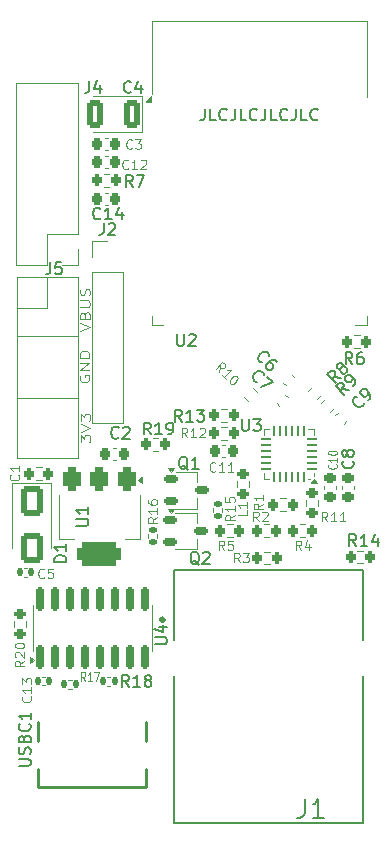
<source format=gbr>
%TF.GenerationSoftware,KiCad,Pcbnew,8.0.3*%
%TF.CreationDate,2024-11-02T12:13:14+01:00*%
%TF.ProjectId,ESP-Now-Gateway,4553502d-4e6f-4772-9d47-617465776179,rev?*%
%TF.SameCoordinates,Original*%
%TF.FileFunction,Legend,Top*%
%TF.FilePolarity,Positive*%
%FSLAX46Y46*%
G04 Gerber Fmt 4.6, Leading zero omitted, Abs format (unit mm)*
G04 Created by KiCad (PCBNEW 8.0.3) date 2024-11-02 12:13:14*
%MOMM*%
%LPD*%
G01*
G04 APERTURE LIST*
G04 Aperture macros list*
%AMRoundRect*
0 Rectangle with rounded corners*
0 $1 Rounding radius*
0 $2 $3 $4 $5 $6 $7 $8 $9 X,Y pos of 4 corners*
0 Add a 4 corners polygon primitive as box body*
4,1,4,$2,$3,$4,$5,$6,$7,$8,$9,$2,$3,0*
0 Add four circle primitives for the rounded corners*
1,1,$1+$1,$2,$3*
1,1,$1+$1,$4,$5*
1,1,$1+$1,$6,$7*
1,1,$1+$1,$8,$9*
0 Add four rect primitives between the rounded corners*
20,1,$1+$1,$2,$3,$4,$5,0*
20,1,$1+$1,$4,$5,$6,$7,0*
20,1,$1+$1,$6,$7,$8,$9,0*
20,1,$1+$1,$8,$9,$2,$3,0*%
G04 Aperture macros list end*
%ADD10C,0.200000*%
%ADD11C,0.100000*%
%ADD12C,0.150000*%
%ADD13C,0.120000*%
%ADD14C,0.127000*%
%ADD15C,0.300000*%
%ADD16C,0.250000*%
%ADD17R,1.700000X1.700000*%
%ADD18O,1.700000X1.700000*%
%ADD19RoundRect,0.200000X0.275000X-0.200000X0.275000X0.200000X-0.275000X0.200000X-0.275000X-0.200000X0*%
%ADD20RoundRect,0.200000X0.200000X0.275000X-0.200000X0.275000X-0.200000X-0.275000X0.200000X-0.275000X0*%
%ADD21C,3.250000*%
%ADD22R,1.398000X1.398000*%
%ADD23C,1.398000*%
%ADD24C,1.530000*%
%ADD25C,2.445000*%
%ADD26C,0.650000*%
%ADD27O,1.000000X2.100000*%
%ADD28O,1.000000X1.800000*%
%ADD29R,0.600000X1.150000*%
%ADD30R,0.300000X1.150000*%
%ADD31R,1.500000X0.900000*%
%ADD32R,0.900000X1.500000*%
%ADD33C,0.600000*%
%ADD34R,4.200000X4.200000*%
%ADD35RoundRect,0.062500X0.350000X0.062500X-0.350000X0.062500X-0.350000X-0.062500X0.350000X-0.062500X0*%
%ADD36RoundRect,0.062500X0.062500X0.350000X-0.062500X0.350000X-0.062500X-0.350000X0.062500X-0.350000X0*%
%ADD37R,2.600000X2.600000*%
%ADD38RoundRect,0.200000X-0.200000X-0.275000X0.200000X-0.275000X0.200000X0.275000X-0.200000X0.275000X0*%
%ADD39RoundRect,0.200000X-0.275000X0.200000X-0.275000X-0.200000X0.275000X-0.200000X0.275000X0.200000X0*%
%ADD40RoundRect,0.200000X-0.053033X0.335876X-0.335876X0.053033X0.053033X-0.335876X0.335876X-0.053033X0*%
%ADD41RoundRect,0.250000X0.412500X0.925000X-0.412500X0.925000X-0.412500X-0.925000X0.412500X-0.925000X0*%
%ADD42RoundRect,0.140000X-0.140000X-0.170000X0.140000X-0.170000X0.140000X0.170000X-0.140000X0.170000X0*%
%ADD43RoundRect,0.225000X-0.225000X-0.250000X0.225000X-0.250000X0.225000X0.250000X-0.225000X0.250000X0*%
%ADD44RoundRect,0.225000X-0.250000X0.225000X-0.250000X-0.225000X0.250000X-0.225000X0.250000X0.225000X0*%
%ADD45RoundRect,0.225000X-0.335876X-0.017678X-0.017678X-0.335876X0.335876X0.017678X0.017678X0.335876X0*%
%ADD46RoundRect,0.135000X0.185000X-0.135000X0.185000X0.135000X-0.185000X0.135000X-0.185000X-0.135000X0*%
%ADD47RoundRect,0.162500X-0.447500X-0.162500X0.447500X-0.162500X0.447500X0.162500X-0.447500X0.162500X0*%
%ADD48RoundRect,0.135000X-0.135000X-0.185000X0.135000X-0.185000X0.135000X0.185000X-0.135000X0.185000X0*%
%ADD49RoundRect,0.140000X0.140000X0.170000X-0.140000X0.170000X-0.140000X-0.170000X0.140000X-0.170000X0*%
%ADD50RoundRect,0.135000X0.135000X0.185000X-0.135000X0.185000X-0.135000X-0.185000X0.135000X-0.185000X0*%
%ADD51RoundRect,0.225000X0.225000X0.250000X-0.225000X0.250000X-0.225000X-0.250000X0.225000X-0.250000X0*%
%ADD52RoundRect,0.150000X0.150000X-0.825000X0.150000X0.825000X-0.150000X0.825000X-0.150000X-0.825000X0*%
%ADD53RoundRect,0.250000X-0.650000X1.000000X-0.650000X-1.000000X0.650000X-1.000000X0.650000X1.000000X0*%
%ADD54RoundRect,0.200000X-0.335876X-0.053033X-0.053033X-0.335876X0.335876X0.053033X0.053033X0.335876X0*%
%ADD55RoundRect,0.225000X0.017678X-0.335876X0.335876X-0.017678X-0.017678X0.335876X-0.335876X0.017678X0*%
%ADD56RoundRect,0.375000X-0.375000X0.625000X-0.375000X-0.625000X0.375000X-0.625000X0.375000X0.625000X0*%
%ADD57RoundRect,0.500000X-1.400000X0.500000X-1.400000X-0.500000X1.400000X-0.500000X1.400000X0.500000X0*%
G04 APERTURE END LIST*
D10*
X118880387Y-66017219D02*
X118880387Y-66731504D01*
X118880387Y-66731504D02*
X118832768Y-66874361D01*
X118832768Y-66874361D02*
X118737530Y-66969600D01*
X118737530Y-66969600D02*
X118594673Y-67017219D01*
X118594673Y-67017219D02*
X118499435Y-67017219D01*
X119832768Y-67017219D02*
X119356578Y-67017219D01*
X119356578Y-67017219D02*
X119356578Y-66017219D01*
X120737530Y-66921980D02*
X120689911Y-66969600D01*
X120689911Y-66969600D02*
X120547054Y-67017219D01*
X120547054Y-67017219D02*
X120451816Y-67017219D01*
X120451816Y-67017219D02*
X120308959Y-66969600D01*
X120308959Y-66969600D02*
X120213721Y-66874361D01*
X120213721Y-66874361D02*
X120166102Y-66779123D01*
X120166102Y-66779123D02*
X120118483Y-66588647D01*
X120118483Y-66588647D02*
X120118483Y-66445790D01*
X120118483Y-66445790D02*
X120166102Y-66255314D01*
X120166102Y-66255314D02*
X120213721Y-66160076D01*
X120213721Y-66160076D02*
X120308959Y-66064838D01*
X120308959Y-66064838D02*
X120451816Y-66017219D01*
X120451816Y-66017219D02*
X120547054Y-66017219D01*
X120547054Y-66017219D02*
X120689911Y-66064838D01*
X120689911Y-66064838D02*
X120737530Y-66112457D01*
X121451816Y-66017219D02*
X121451816Y-66731504D01*
X121451816Y-66731504D02*
X121404197Y-66874361D01*
X121404197Y-66874361D02*
X121308959Y-66969600D01*
X121308959Y-66969600D02*
X121166102Y-67017219D01*
X121166102Y-67017219D02*
X121070864Y-67017219D01*
X122404197Y-67017219D02*
X121928007Y-67017219D01*
X121928007Y-67017219D02*
X121928007Y-66017219D01*
X123308959Y-66921980D02*
X123261340Y-66969600D01*
X123261340Y-66969600D02*
X123118483Y-67017219D01*
X123118483Y-67017219D02*
X123023245Y-67017219D01*
X123023245Y-67017219D02*
X122880388Y-66969600D01*
X122880388Y-66969600D02*
X122785150Y-66874361D01*
X122785150Y-66874361D02*
X122737531Y-66779123D01*
X122737531Y-66779123D02*
X122689912Y-66588647D01*
X122689912Y-66588647D02*
X122689912Y-66445790D01*
X122689912Y-66445790D02*
X122737531Y-66255314D01*
X122737531Y-66255314D02*
X122785150Y-66160076D01*
X122785150Y-66160076D02*
X122880388Y-66064838D01*
X122880388Y-66064838D02*
X123023245Y-66017219D01*
X123023245Y-66017219D02*
X123118483Y-66017219D01*
X123118483Y-66017219D02*
X123261340Y-66064838D01*
X123261340Y-66064838D02*
X123308959Y-66112457D01*
X124023245Y-66017219D02*
X124023245Y-66731504D01*
X124023245Y-66731504D02*
X123975626Y-66874361D01*
X123975626Y-66874361D02*
X123880388Y-66969600D01*
X123880388Y-66969600D02*
X123737531Y-67017219D01*
X123737531Y-67017219D02*
X123642293Y-67017219D01*
X124975626Y-67017219D02*
X124499436Y-67017219D01*
X124499436Y-67017219D02*
X124499436Y-66017219D01*
X125880388Y-66921980D02*
X125832769Y-66969600D01*
X125832769Y-66969600D02*
X125689912Y-67017219D01*
X125689912Y-67017219D02*
X125594674Y-67017219D01*
X125594674Y-67017219D02*
X125451817Y-66969600D01*
X125451817Y-66969600D02*
X125356579Y-66874361D01*
X125356579Y-66874361D02*
X125308960Y-66779123D01*
X125308960Y-66779123D02*
X125261341Y-66588647D01*
X125261341Y-66588647D02*
X125261341Y-66445790D01*
X125261341Y-66445790D02*
X125308960Y-66255314D01*
X125308960Y-66255314D02*
X125356579Y-66160076D01*
X125356579Y-66160076D02*
X125451817Y-66064838D01*
X125451817Y-66064838D02*
X125594674Y-66017219D01*
X125594674Y-66017219D02*
X125689912Y-66017219D01*
X125689912Y-66017219D02*
X125832769Y-66064838D01*
X125832769Y-66064838D02*
X125880388Y-66112457D01*
X126594674Y-66017219D02*
X126594674Y-66731504D01*
X126594674Y-66731504D02*
X126547055Y-66874361D01*
X126547055Y-66874361D02*
X126451817Y-66969600D01*
X126451817Y-66969600D02*
X126308960Y-67017219D01*
X126308960Y-67017219D02*
X126213722Y-67017219D01*
X127547055Y-67017219D02*
X127070865Y-67017219D01*
X127070865Y-67017219D02*
X127070865Y-66017219D01*
X128451817Y-66921980D02*
X128404198Y-66969600D01*
X128404198Y-66969600D02*
X128261341Y-67017219D01*
X128261341Y-67017219D02*
X128166103Y-67017219D01*
X128166103Y-67017219D02*
X128023246Y-66969600D01*
X128023246Y-66969600D02*
X127928008Y-66874361D01*
X127928008Y-66874361D02*
X127880389Y-66779123D01*
X127880389Y-66779123D02*
X127832770Y-66588647D01*
X127832770Y-66588647D02*
X127832770Y-66445790D01*
X127832770Y-66445790D02*
X127880389Y-66255314D01*
X127880389Y-66255314D02*
X127928008Y-66160076D01*
X127928008Y-66160076D02*
X128023246Y-66064838D01*
X128023246Y-66064838D02*
X128166103Y-66017219D01*
X128166103Y-66017219D02*
X128261341Y-66017219D01*
X128261341Y-66017219D02*
X128404198Y-66064838D01*
X128404198Y-66064838D02*
X128451817Y-66112457D01*
D11*
X108346895Y-84838972D02*
X109146895Y-84505639D01*
X109146895Y-84505639D02*
X108346895Y-84172306D01*
X108727847Y-83505639D02*
X108765942Y-83362782D01*
X108765942Y-83362782D02*
X108804038Y-83315163D01*
X108804038Y-83315163D02*
X108880228Y-83267544D01*
X108880228Y-83267544D02*
X108994514Y-83267544D01*
X108994514Y-83267544D02*
X109070704Y-83315163D01*
X109070704Y-83315163D02*
X109108800Y-83362782D01*
X109108800Y-83362782D02*
X109146895Y-83458020D01*
X109146895Y-83458020D02*
X109146895Y-83838972D01*
X109146895Y-83838972D02*
X108346895Y-83838972D01*
X108346895Y-83838972D02*
X108346895Y-83505639D01*
X108346895Y-83505639D02*
X108384990Y-83410401D01*
X108384990Y-83410401D02*
X108423085Y-83362782D01*
X108423085Y-83362782D02*
X108499276Y-83315163D01*
X108499276Y-83315163D02*
X108575466Y-83315163D01*
X108575466Y-83315163D02*
X108651657Y-83362782D01*
X108651657Y-83362782D02*
X108689752Y-83410401D01*
X108689752Y-83410401D02*
X108727847Y-83505639D01*
X108727847Y-83505639D02*
X108727847Y-83838972D01*
X108346895Y-82838972D02*
X108994514Y-82838972D01*
X108994514Y-82838972D02*
X109070704Y-82791353D01*
X109070704Y-82791353D02*
X109108800Y-82743734D01*
X109108800Y-82743734D02*
X109146895Y-82648496D01*
X109146895Y-82648496D02*
X109146895Y-82458020D01*
X109146895Y-82458020D02*
X109108800Y-82362782D01*
X109108800Y-82362782D02*
X109070704Y-82315163D01*
X109070704Y-82315163D02*
X108994514Y-82267544D01*
X108994514Y-82267544D02*
X108346895Y-82267544D01*
X109108800Y-81838972D02*
X109146895Y-81696115D01*
X109146895Y-81696115D02*
X109146895Y-81458020D01*
X109146895Y-81458020D02*
X109108800Y-81362782D01*
X109108800Y-81362782D02*
X109070704Y-81315163D01*
X109070704Y-81315163D02*
X108994514Y-81267544D01*
X108994514Y-81267544D02*
X108918323Y-81267544D01*
X108918323Y-81267544D02*
X108842133Y-81315163D01*
X108842133Y-81315163D02*
X108804038Y-81362782D01*
X108804038Y-81362782D02*
X108765942Y-81458020D01*
X108765942Y-81458020D02*
X108727847Y-81648496D01*
X108727847Y-81648496D02*
X108689752Y-81743734D01*
X108689752Y-81743734D02*
X108651657Y-81791353D01*
X108651657Y-81791353D02*
X108575466Y-81838972D01*
X108575466Y-81838972D02*
X108499276Y-81838972D01*
X108499276Y-81838972D02*
X108423085Y-81791353D01*
X108423085Y-81791353D02*
X108384990Y-81743734D01*
X108384990Y-81743734D02*
X108346895Y-81648496D01*
X108346895Y-81648496D02*
X108346895Y-81410401D01*
X108346895Y-81410401D02*
X108384990Y-81267544D01*
X108371895Y-94266353D02*
X108371895Y-93647306D01*
X108371895Y-93647306D02*
X108676657Y-93980639D01*
X108676657Y-93980639D02*
X108676657Y-93837782D01*
X108676657Y-93837782D02*
X108714752Y-93742544D01*
X108714752Y-93742544D02*
X108752847Y-93694925D01*
X108752847Y-93694925D02*
X108829038Y-93647306D01*
X108829038Y-93647306D02*
X109019514Y-93647306D01*
X109019514Y-93647306D02*
X109095704Y-93694925D01*
X109095704Y-93694925D02*
X109133800Y-93742544D01*
X109133800Y-93742544D02*
X109171895Y-93837782D01*
X109171895Y-93837782D02*
X109171895Y-94123496D01*
X109171895Y-94123496D02*
X109133800Y-94218734D01*
X109133800Y-94218734D02*
X109095704Y-94266353D01*
X108371895Y-93361591D02*
X109171895Y-93028258D01*
X109171895Y-93028258D02*
X108371895Y-92694925D01*
X108371895Y-92456829D02*
X108371895Y-91837782D01*
X108371895Y-91837782D02*
X108676657Y-92171115D01*
X108676657Y-92171115D02*
X108676657Y-92028258D01*
X108676657Y-92028258D02*
X108714752Y-91933020D01*
X108714752Y-91933020D02*
X108752847Y-91885401D01*
X108752847Y-91885401D02*
X108829038Y-91837782D01*
X108829038Y-91837782D02*
X109019514Y-91837782D01*
X109019514Y-91837782D02*
X109095704Y-91885401D01*
X109095704Y-91885401D02*
X109133800Y-91933020D01*
X109133800Y-91933020D02*
X109171895Y-92028258D01*
X109171895Y-92028258D02*
X109171895Y-92313972D01*
X109171895Y-92313972D02*
X109133800Y-92409210D01*
X109133800Y-92409210D02*
X109095704Y-92456829D01*
X102980000Y-90500000D02*
X108175000Y-90500000D01*
X108175000Y-95630000D01*
X102980000Y-95630000D01*
X102980000Y-90500000D01*
X102955000Y-80270000D02*
X108175000Y-80270000D01*
X108175000Y-85275000D01*
X102955000Y-85275000D01*
X102955000Y-80270000D01*
X108359990Y-88622306D02*
X108321895Y-88717544D01*
X108321895Y-88717544D02*
X108321895Y-88860401D01*
X108321895Y-88860401D02*
X108359990Y-89003258D01*
X108359990Y-89003258D02*
X108436180Y-89098496D01*
X108436180Y-89098496D02*
X108512371Y-89146115D01*
X108512371Y-89146115D02*
X108664752Y-89193734D01*
X108664752Y-89193734D02*
X108779038Y-89193734D01*
X108779038Y-89193734D02*
X108931419Y-89146115D01*
X108931419Y-89146115D02*
X109007609Y-89098496D01*
X109007609Y-89098496D02*
X109083800Y-89003258D01*
X109083800Y-89003258D02*
X109121895Y-88860401D01*
X109121895Y-88860401D02*
X109121895Y-88765163D01*
X109121895Y-88765163D02*
X109083800Y-88622306D01*
X109083800Y-88622306D02*
X109045704Y-88574687D01*
X109045704Y-88574687D02*
X108779038Y-88574687D01*
X108779038Y-88574687D02*
X108779038Y-88765163D01*
X109121895Y-88146115D02*
X108321895Y-88146115D01*
X108321895Y-88146115D02*
X109121895Y-87574687D01*
X109121895Y-87574687D02*
X108321895Y-87574687D01*
X109121895Y-87098496D02*
X108321895Y-87098496D01*
X108321895Y-87098496D02*
X108321895Y-86860401D01*
X108321895Y-86860401D02*
X108359990Y-86717544D01*
X108359990Y-86717544D02*
X108436180Y-86622306D01*
X108436180Y-86622306D02*
X108512371Y-86574687D01*
X108512371Y-86574687D02*
X108664752Y-86527068D01*
X108664752Y-86527068D02*
X108779038Y-86527068D01*
X108779038Y-86527068D02*
X108931419Y-86574687D01*
X108931419Y-86574687D02*
X109007609Y-86622306D01*
X109007609Y-86622306D02*
X109083800Y-86717544D01*
X109083800Y-86717544D02*
X109121895Y-86860401D01*
X109121895Y-86860401D02*
X109121895Y-87098496D01*
D12*
X105796666Y-79044819D02*
X105796666Y-79759104D01*
X105796666Y-79759104D02*
X105749047Y-79901961D01*
X105749047Y-79901961D02*
X105653809Y-79997200D01*
X105653809Y-79997200D02*
X105510952Y-80044819D01*
X105510952Y-80044819D02*
X105415714Y-80044819D01*
X106749047Y-79044819D02*
X106272857Y-79044819D01*
X106272857Y-79044819D02*
X106225238Y-79521009D01*
X106225238Y-79521009D02*
X106272857Y-79473390D01*
X106272857Y-79473390D02*
X106368095Y-79425771D01*
X106368095Y-79425771D02*
X106606190Y-79425771D01*
X106606190Y-79425771D02*
X106701428Y-79473390D01*
X106701428Y-79473390D02*
X106749047Y-79521009D01*
X106749047Y-79521009D02*
X106796666Y-79616247D01*
X106796666Y-79616247D02*
X106796666Y-79854342D01*
X106796666Y-79854342D02*
X106749047Y-79949580D01*
X106749047Y-79949580D02*
X106701428Y-79997200D01*
X106701428Y-79997200D02*
X106606190Y-80044819D01*
X106606190Y-80044819D02*
X106368095Y-80044819D01*
X106368095Y-80044819D02*
X106272857Y-79997200D01*
X106272857Y-79997200D02*
X106225238Y-79949580D01*
X109116666Y-63664819D02*
X109116666Y-64379104D01*
X109116666Y-64379104D02*
X109069047Y-64521961D01*
X109069047Y-64521961D02*
X108973809Y-64617200D01*
X108973809Y-64617200D02*
X108830952Y-64664819D01*
X108830952Y-64664819D02*
X108735714Y-64664819D01*
X110021428Y-63998152D02*
X110021428Y-64664819D01*
X109783333Y-63617200D02*
X109545238Y-64331485D01*
X109545238Y-64331485D02*
X110164285Y-64331485D01*
X110316666Y-75724819D02*
X110316666Y-76439104D01*
X110316666Y-76439104D02*
X110269047Y-76581961D01*
X110269047Y-76581961D02*
X110173809Y-76677200D01*
X110173809Y-76677200D02*
X110030952Y-76724819D01*
X110030952Y-76724819D02*
X109935714Y-76724819D01*
X110745238Y-75820057D02*
X110792857Y-75772438D01*
X110792857Y-75772438D02*
X110888095Y-75724819D01*
X110888095Y-75724819D02*
X111126190Y-75724819D01*
X111126190Y-75724819D02*
X111221428Y-75772438D01*
X111221428Y-75772438D02*
X111269047Y-75820057D01*
X111269047Y-75820057D02*
X111316666Y-75915295D01*
X111316666Y-75915295D02*
X111316666Y-76010533D01*
X111316666Y-76010533D02*
X111269047Y-76153390D01*
X111269047Y-76153390D02*
X110697619Y-76724819D01*
X110697619Y-76724819D02*
X111316666Y-76724819D01*
D11*
X103614895Y-112764285D02*
X103233942Y-113030952D01*
X103614895Y-113221428D02*
X102814895Y-113221428D01*
X102814895Y-113221428D02*
X102814895Y-112916666D01*
X102814895Y-112916666D02*
X102852990Y-112840476D01*
X102852990Y-112840476D02*
X102891085Y-112802381D01*
X102891085Y-112802381D02*
X102967276Y-112764285D01*
X102967276Y-112764285D02*
X103081561Y-112764285D01*
X103081561Y-112764285D02*
X103157752Y-112802381D01*
X103157752Y-112802381D02*
X103195847Y-112840476D01*
X103195847Y-112840476D02*
X103233942Y-112916666D01*
X103233942Y-112916666D02*
X103233942Y-113221428D01*
X102891085Y-112459524D02*
X102852990Y-112421428D01*
X102852990Y-112421428D02*
X102814895Y-112345238D01*
X102814895Y-112345238D02*
X102814895Y-112154762D01*
X102814895Y-112154762D02*
X102852990Y-112078571D01*
X102852990Y-112078571D02*
X102891085Y-112040476D01*
X102891085Y-112040476D02*
X102967276Y-112002381D01*
X102967276Y-112002381D02*
X103043466Y-112002381D01*
X103043466Y-112002381D02*
X103157752Y-112040476D01*
X103157752Y-112040476D02*
X103614895Y-112497619D01*
X103614895Y-112497619D02*
X103614895Y-112002381D01*
X102814895Y-111507142D02*
X102814895Y-111430952D01*
X102814895Y-111430952D02*
X102852990Y-111354761D01*
X102852990Y-111354761D02*
X102891085Y-111316666D01*
X102891085Y-111316666D02*
X102967276Y-111278571D01*
X102967276Y-111278571D02*
X103119657Y-111240476D01*
X103119657Y-111240476D02*
X103310133Y-111240476D01*
X103310133Y-111240476D02*
X103462514Y-111278571D01*
X103462514Y-111278571D02*
X103538704Y-111316666D01*
X103538704Y-111316666D02*
X103576800Y-111354761D01*
X103576800Y-111354761D02*
X103614895Y-111430952D01*
X103614895Y-111430952D02*
X103614895Y-111507142D01*
X103614895Y-111507142D02*
X103576800Y-111583333D01*
X103576800Y-111583333D02*
X103538704Y-111621428D01*
X103538704Y-111621428D02*
X103462514Y-111659523D01*
X103462514Y-111659523D02*
X103310133Y-111697619D01*
X103310133Y-111697619D02*
X103119657Y-111697619D01*
X103119657Y-111697619D02*
X102967276Y-111659523D01*
X102967276Y-111659523D02*
X102891085Y-111621428D01*
X102891085Y-111621428D02*
X102852990Y-111583333D01*
X102852990Y-111583333D02*
X102814895Y-111507142D01*
D12*
X114307142Y-93604819D02*
X113973809Y-93128628D01*
X113735714Y-93604819D02*
X113735714Y-92604819D01*
X113735714Y-92604819D02*
X114116666Y-92604819D01*
X114116666Y-92604819D02*
X114211904Y-92652438D01*
X114211904Y-92652438D02*
X114259523Y-92700057D01*
X114259523Y-92700057D02*
X114307142Y-92795295D01*
X114307142Y-92795295D02*
X114307142Y-92938152D01*
X114307142Y-92938152D02*
X114259523Y-93033390D01*
X114259523Y-93033390D02*
X114211904Y-93081009D01*
X114211904Y-93081009D02*
X114116666Y-93128628D01*
X114116666Y-93128628D02*
X113735714Y-93128628D01*
X115259523Y-93604819D02*
X114688095Y-93604819D01*
X114973809Y-93604819D02*
X114973809Y-92604819D01*
X114973809Y-92604819D02*
X114878571Y-92747676D01*
X114878571Y-92747676D02*
X114783333Y-92842914D01*
X114783333Y-92842914D02*
X114688095Y-92890533D01*
X115735714Y-93604819D02*
X115926190Y-93604819D01*
X115926190Y-93604819D02*
X116021428Y-93557200D01*
X116021428Y-93557200D02*
X116069047Y-93509580D01*
X116069047Y-93509580D02*
X116164285Y-93366723D01*
X116164285Y-93366723D02*
X116211904Y-93176247D01*
X116211904Y-93176247D02*
X116211904Y-92795295D01*
X116211904Y-92795295D02*
X116164285Y-92700057D01*
X116164285Y-92700057D02*
X116116666Y-92652438D01*
X116116666Y-92652438D02*
X116021428Y-92604819D01*
X116021428Y-92604819D02*
X115830952Y-92604819D01*
X115830952Y-92604819D02*
X115735714Y-92652438D01*
X115735714Y-92652438D02*
X115688095Y-92700057D01*
X115688095Y-92700057D02*
X115640476Y-92795295D01*
X115640476Y-92795295D02*
X115640476Y-93033390D01*
X115640476Y-93033390D02*
X115688095Y-93128628D01*
X115688095Y-93128628D02*
X115735714Y-93176247D01*
X115735714Y-93176247D02*
X115830952Y-93223866D01*
X115830952Y-93223866D02*
X116021428Y-93223866D01*
X116021428Y-93223866D02*
X116116666Y-93176247D01*
X116116666Y-93176247D02*
X116164285Y-93128628D01*
X116164285Y-93128628D02*
X116211904Y-93033390D01*
X127349115Y-124478277D02*
X127349115Y-125626602D01*
X127349115Y-125626602D02*
X127272560Y-125856267D01*
X127272560Y-125856267D02*
X127119450Y-126009377D01*
X127119450Y-126009377D02*
X126889785Y-126085931D01*
X126889785Y-126085931D02*
X126736675Y-126085931D01*
X128956769Y-126085931D02*
X128038109Y-126085931D01*
X128497439Y-126085931D02*
X128497439Y-124478277D01*
X128497439Y-124478277D02*
X128344329Y-124707942D01*
X128344329Y-124707942D02*
X128191219Y-124861052D01*
X128191219Y-124861052D02*
X128038109Y-124937607D01*
X103134819Y-121678094D02*
X103944342Y-121678094D01*
X103944342Y-121678094D02*
X104039580Y-121630475D01*
X104039580Y-121630475D02*
X104087200Y-121582856D01*
X104087200Y-121582856D02*
X104134819Y-121487618D01*
X104134819Y-121487618D02*
X104134819Y-121297142D01*
X104134819Y-121297142D02*
X104087200Y-121201904D01*
X104087200Y-121201904D02*
X104039580Y-121154285D01*
X104039580Y-121154285D02*
X103944342Y-121106666D01*
X103944342Y-121106666D02*
X103134819Y-121106666D01*
X104087200Y-120678094D02*
X104134819Y-120535237D01*
X104134819Y-120535237D02*
X104134819Y-120297142D01*
X104134819Y-120297142D02*
X104087200Y-120201904D01*
X104087200Y-120201904D02*
X104039580Y-120154285D01*
X104039580Y-120154285D02*
X103944342Y-120106666D01*
X103944342Y-120106666D02*
X103849104Y-120106666D01*
X103849104Y-120106666D02*
X103753866Y-120154285D01*
X103753866Y-120154285D02*
X103706247Y-120201904D01*
X103706247Y-120201904D02*
X103658628Y-120297142D01*
X103658628Y-120297142D02*
X103611009Y-120487618D01*
X103611009Y-120487618D02*
X103563390Y-120582856D01*
X103563390Y-120582856D02*
X103515771Y-120630475D01*
X103515771Y-120630475D02*
X103420533Y-120678094D01*
X103420533Y-120678094D02*
X103325295Y-120678094D01*
X103325295Y-120678094D02*
X103230057Y-120630475D01*
X103230057Y-120630475D02*
X103182438Y-120582856D01*
X103182438Y-120582856D02*
X103134819Y-120487618D01*
X103134819Y-120487618D02*
X103134819Y-120249523D01*
X103134819Y-120249523D02*
X103182438Y-120106666D01*
X103611009Y-119344761D02*
X103658628Y-119201904D01*
X103658628Y-119201904D02*
X103706247Y-119154285D01*
X103706247Y-119154285D02*
X103801485Y-119106666D01*
X103801485Y-119106666D02*
X103944342Y-119106666D01*
X103944342Y-119106666D02*
X104039580Y-119154285D01*
X104039580Y-119154285D02*
X104087200Y-119201904D01*
X104087200Y-119201904D02*
X104134819Y-119297142D01*
X104134819Y-119297142D02*
X104134819Y-119678094D01*
X104134819Y-119678094D02*
X103134819Y-119678094D01*
X103134819Y-119678094D02*
X103134819Y-119344761D01*
X103134819Y-119344761D02*
X103182438Y-119249523D01*
X103182438Y-119249523D02*
X103230057Y-119201904D01*
X103230057Y-119201904D02*
X103325295Y-119154285D01*
X103325295Y-119154285D02*
X103420533Y-119154285D01*
X103420533Y-119154285D02*
X103515771Y-119201904D01*
X103515771Y-119201904D02*
X103563390Y-119249523D01*
X103563390Y-119249523D02*
X103611009Y-119344761D01*
X103611009Y-119344761D02*
X103611009Y-119678094D01*
X104039580Y-118106666D02*
X104087200Y-118154285D01*
X104087200Y-118154285D02*
X104134819Y-118297142D01*
X104134819Y-118297142D02*
X104134819Y-118392380D01*
X104134819Y-118392380D02*
X104087200Y-118535237D01*
X104087200Y-118535237D02*
X103991961Y-118630475D01*
X103991961Y-118630475D02*
X103896723Y-118678094D01*
X103896723Y-118678094D02*
X103706247Y-118725713D01*
X103706247Y-118725713D02*
X103563390Y-118725713D01*
X103563390Y-118725713D02*
X103372914Y-118678094D01*
X103372914Y-118678094D02*
X103277676Y-118630475D01*
X103277676Y-118630475D02*
X103182438Y-118535237D01*
X103182438Y-118535237D02*
X103134819Y-118392380D01*
X103134819Y-118392380D02*
X103134819Y-118297142D01*
X103134819Y-118297142D02*
X103182438Y-118154285D01*
X103182438Y-118154285D02*
X103230057Y-118106666D01*
X104134819Y-117154285D02*
X104134819Y-117725713D01*
X104134819Y-117439999D02*
X103134819Y-117439999D01*
X103134819Y-117439999D02*
X103277676Y-117535237D01*
X103277676Y-117535237D02*
X103372914Y-117630475D01*
X103372914Y-117630475D02*
X103420533Y-117725713D01*
X116538095Y-85104819D02*
X116538095Y-85914342D01*
X116538095Y-85914342D02*
X116585714Y-86009580D01*
X116585714Y-86009580D02*
X116633333Y-86057200D01*
X116633333Y-86057200D02*
X116728571Y-86104819D01*
X116728571Y-86104819D02*
X116919047Y-86104819D01*
X116919047Y-86104819D02*
X117014285Y-86057200D01*
X117014285Y-86057200D02*
X117061904Y-86009580D01*
X117061904Y-86009580D02*
X117109523Y-85914342D01*
X117109523Y-85914342D02*
X117109523Y-85104819D01*
X117538095Y-85200057D02*
X117585714Y-85152438D01*
X117585714Y-85152438D02*
X117680952Y-85104819D01*
X117680952Y-85104819D02*
X117919047Y-85104819D01*
X117919047Y-85104819D02*
X118014285Y-85152438D01*
X118014285Y-85152438D02*
X118061904Y-85200057D01*
X118061904Y-85200057D02*
X118109523Y-85295295D01*
X118109523Y-85295295D02*
X118109523Y-85390533D01*
X118109523Y-85390533D02*
X118061904Y-85533390D01*
X118061904Y-85533390D02*
X117490476Y-86104819D01*
X117490476Y-86104819D02*
X118109523Y-86104819D01*
X122038095Y-92304819D02*
X122038095Y-93114342D01*
X122038095Y-93114342D02*
X122085714Y-93209580D01*
X122085714Y-93209580D02*
X122133333Y-93257200D01*
X122133333Y-93257200D02*
X122228571Y-93304819D01*
X122228571Y-93304819D02*
X122419047Y-93304819D01*
X122419047Y-93304819D02*
X122514285Y-93257200D01*
X122514285Y-93257200D02*
X122561904Y-93209580D01*
X122561904Y-93209580D02*
X122609523Y-93114342D01*
X122609523Y-93114342D02*
X122609523Y-92304819D01*
X122990476Y-92304819D02*
X123609523Y-92304819D01*
X123609523Y-92304819D02*
X123276190Y-92685771D01*
X123276190Y-92685771D02*
X123419047Y-92685771D01*
X123419047Y-92685771D02*
X123514285Y-92733390D01*
X123514285Y-92733390D02*
X123561904Y-92781009D01*
X123561904Y-92781009D02*
X123609523Y-92876247D01*
X123609523Y-92876247D02*
X123609523Y-93114342D01*
X123609523Y-93114342D02*
X123561904Y-93209580D01*
X123561904Y-93209580D02*
X123514285Y-93257200D01*
X123514285Y-93257200D02*
X123419047Y-93304819D01*
X123419047Y-93304819D02*
X123133333Y-93304819D01*
X123133333Y-93304819D02*
X123038095Y-93257200D01*
X123038095Y-93257200D02*
X122990476Y-93209580D01*
X131707142Y-103054819D02*
X131373809Y-102578628D01*
X131135714Y-103054819D02*
X131135714Y-102054819D01*
X131135714Y-102054819D02*
X131516666Y-102054819D01*
X131516666Y-102054819D02*
X131611904Y-102102438D01*
X131611904Y-102102438D02*
X131659523Y-102150057D01*
X131659523Y-102150057D02*
X131707142Y-102245295D01*
X131707142Y-102245295D02*
X131707142Y-102388152D01*
X131707142Y-102388152D02*
X131659523Y-102483390D01*
X131659523Y-102483390D02*
X131611904Y-102531009D01*
X131611904Y-102531009D02*
X131516666Y-102578628D01*
X131516666Y-102578628D02*
X131135714Y-102578628D01*
X132659523Y-103054819D02*
X132088095Y-103054819D01*
X132373809Y-103054819D02*
X132373809Y-102054819D01*
X132373809Y-102054819D02*
X132278571Y-102197676D01*
X132278571Y-102197676D02*
X132183333Y-102292914D01*
X132183333Y-102292914D02*
X132088095Y-102340533D01*
X133516666Y-102388152D02*
X133516666Y-103054819D01*
X133278571Y-102007200D02*
X133040476Y-102721485D01*
X133040476Y-102721485D02*
X133659523Y-102721485D01*
D11*
X122464895Y-100033333D02*
X122464895Y-100414285D01*
X122464895Y-100414285D02*
X121664895Y-100414285D01*
X122464895Y-99347619D02*
X122464895Y-99804762D01*
X122464895Y-99576190D02*
X121664895Y-99576190D01*
X121664895Y-99576190D02*
X121779180Y-99652381D01*
X121779180Y-99652381D02*
X121855371Y-99728571D01*
X121855371Y-99728571D02*
X121893466Y-99804762D01*
X129260714Y-100964895D02*
X128994047Y-100583942D01*
X128803571Y-100964895D02*
X128803571Y-100164895D01*
X128803571Y-100164895D02*
X129108333Y-100164895D01*
X129108333Y-100164895D02*
X129184523Y-100202990D01*
X129184523Y-100202990D02*
X129222618Y-100241085D01*
X129222618Y-100241085D02*
X129260714Y-100317276D01*
X129260714Y-100317276D02*
X129260714Y-100431561D01*
X129260714Y-100431561D02*
X129222618Y-100507752D01*
X129222618Y-100507752D02*
X129184523Y-100545847D01*
X129184523Y-100545847D02*
X129108333Y-100583942D01*
X129108333Y-100583942D02*
X128803571Y-100583942D01*
X130022618Y-100964895D02*
X129565475Y-100964895D01*
X129794047Y-100964895D02*
X129794047Y-100164895D01*
X129794047Y-100164895D02*
X129717856Y-100279180D01*
X129717856Y-100279180D02*
X129641666Y-100355371D01*
X129641666Y-100355371D02*
X129565475Y-100393466D01*
X130784523Y-100964895D02*
X130327380Y-100964895D01*
X130555952Y-100964895D02*
X130555952Y-100164895D01*
X130555952Y-100164895D02*
X130479761Y-100279180D01*
X130479761Y-100279180D02*
X130403571Y-100355371D01*
X130403571Y-100355371D02*
X130327380Y-100393466D01*
D12*
X131097117Y-89826093D02*
X130524698Y-89725078D01*
X130693056Y-90230154D02*
X129985950Y-89523047D01*
X129985950Y-89523047D02*
X130255324Y-89253673D01*
X130255324Y-89253673D02*
X130356339Y-89220001D01*
X130356339Y-89220001D02*
X130423682Y-89220001D01*
X130423682Y-89220001D02*
X130524698Y-89253673D01*
X130524698Y-89253673D02*
X130625713Y-89354688D01*
X130625713Y-89354688D02*
X130659385Y-89455704D01*
X130659385Y-89455704D02*
X130659385Y-89523047D01*
X130659385Y-89523047D02*
X130625713Y-89624062D01*
X130625713Y-89624062D02*
X130356339Y-89893436D01*
X131433835Y-89489375D02*
X131568522Y-89354688D01*
X131568522Y-89354688D02*
X131602194Y-89253673D01*
X131602194Y-89253673D02*
X131602194Y-89186330D01*
X131602194Y-89186330D02*
X131568522Y-89017971D01*
X131568522Y-89017971D02*
X131467507Y-88849612D01*
X131467507Y-88849612D02*
X131198133Y-88580238D01*
X131198133Y-88580238D02*
X131097117Y-88546566D01*
X131097117Y-88546566D02*
X131029774Y-88546566D01*
X131029774Y-88546566D02*
X130928759Y-88580238D01*
X130928759Y-88580238D02*
X130794072Y-88714925D01*
X130794072Y-88714925D02*
X130760400Y-88815940D01*
X130760400Y-88815940D02*
X130760400Y-88883284D01*
X130760400Y-88883284D02*
X130794072Y-88984299D01*
X130794072Y-88984299D02*
X130962430Y-89152658D01*
X130962430Y-89152658D02*
X131063446Y-89186330D01*
X131063446Y-89186330D02*
X131130789Y-89186330D01*
X131130789Y-89186330D02*
X131231804Y-89152658D01*
X131231804Y-89152658D02*
X131366491Y-89017971D01*
X131366491Y-89017971D02*
X131400163Y-88916956D01*
X131400163Y-88916956D02*
X131400163Y-88849612D01*
X131400163Y-88849612D02*
X131366491Y-88748597D01*
X112633333Y-64609580D02*
X112585714Y-64657200D01*
X112585714Y-64657200D02*
X112442857Y-64704819D01*
X112442857Y-64704819D02*
X112347619Y-64704819D01*
X112347619Y-64704819D02*
X112204762Y-64657200D01*
X112204762Y-64657200D02*
X112109524Y-64561961D01*
X112109524Y-64561961D02*
X112061905Y-64466723D01*
X112061905Y-64466723D02*
X112014286Y-64276247D01*
X112014286Y-64276247D02*
X112014286Y-64133390D01*
X112014286Y-64133390D02*
X112061905Y-63942914D01*
X112061905Y-63942914D02*
X112109524Y-63847676D01*
X112109524Y-63847676D02*
X112204762Y-63752438D01*
X112204762Y-63752438D02*
X112347619Y-63704819D01*
X112347619Y-63704819D02*
X112442857Y-63704819D01*
X112442857Y-63704819D02*
X112585714Y-63752438D01*
X112585714Y-63752438D02*
X112633333Y-63800057D01*
X113490476Y-64038152D02*
X113490476Y-64704819D01*
X113252381Y-63657200D02*
X113014286Y-64371485D01*
X113014286Y-64371485D02*
X113633333Y-64371485D01*
D13*
X105286667Y-105687664D02*
X105248571Y-105725760D01*
X105248571Y-105725760D02*
X105134286Y-105763855D01*
X105134286Y-105763855D02*
X105058095Y-105763855D01*
X105058095Y-105763855D02*
X104943809Y-105725760D01*
X104943809Y-105725760D02*
X104867619Y-105649569D01*
X104867619Y-105649569D02*
X104829524Y-105573379D01*
X104829524Y-105573379D02*
X104791428Y-105420998D01*
X104791428Y-105420998D02*
X104791428Y-105306712D01*
X104791428Y-105306712D02*
X104829524Y-105154331D01*
X104829524Y-105154331D02*
X104867619Y-105078140D01*
X104867619Y-105078140D02*
X104943809Y-105001950D01*
X104943809Y-105001950D02*
X105058095Y-104963855D01*
X105058095Y-104963855D02*
X105134286Y-104963855D01*
X105134286Y-104963855D02*
X105248571Y-105001950D01*
X105248571Y-105001950D02*
X105286667Y-105040045D01*
X106010476Y-104963855D02*
X105629524Y-104963855D01*
X105629524Y-104963855D02*
X105591428Y-105344807D01*
X105591428Y-105344807D02*
X105629524Y-105306712D01*
X105629524Y-105306712D02*
X105705714Y-105268617D01*
X105705714Y-105268617D02*
X105896190Y-105268617D01*
X105896190Y-105268617D02*
X105972381Y-105306712D01*
X105972381Y-105306712D02*
X106010476Y-105344807D01*
X106010476Y-105344807D02*
X106048571Y-105420998D01*
X106048571Y-105420998D02*
X106048571Y-105611474D01*
X106048571Y-105611474D02*
X106010476Y-105687664D01*
X106010476Y-105687664D02*
X105972381Y-105725760D01*
X105972381Y-105725760D02*
X105896190Y-105763855D01*
X105896190Y-105763855D02*
X105705714Y-105763855D01*
X105705714Y-105763855D02*
X105629524Y-105725760D01*
X105629524Y-105725760D02*
X105591428Y-105687664D01*
D12*
X111583333Y-93859580D02*
X111535714Y-93907200D01*
X111535714Y-93907200D02*
X111392857Y-93954819D01*
X111392857Y-93954819D02*
X111297619Y-93954819D01*
X111297619Y-93954819D02*
X111154762Y-93907200D01*
X111154762Y-93907200D02*
X111059524Y-93811961D01*
X111059524Y-93811961D02*
X111011905Y-93716723D01*
X111011905Y-93716723D02*
X110964286Y-93526247D01*
X110964286Y-93526247D02*
X110964286Y-93383390D01*
X110964286Y-93383390D02*
X111011905Y-93192914D01*
X111011905Y-93192914D02*
X111059524Y-93097676D01*
X111059524Y-93097676D02*
X111154762Y-93002438D01*
X111154762Y-93002438D02*
X111297619Y-92954819D01*
X111297619Y-92954819D02*
X111392857Y-92954819D01*
X111392857Y-92954819D02*
X111535714Y-93002438D01*
X111535714Y-93002438D02*
X111583333Y-93050057D01*
X111964286Y-93050057D02*
X112011905Y-93002438D01*
X112011905Y-93002438D02*
X112107143Y-92954819D01*
X112107143Y-92954819D02*
X112345238Y-92954819D01*
X112345238Y-92954819D02*
X112440476Y-93002438D01*
X112440476Y-93002438D02*
X112488095Y-93050057D01*
X112488095Y-93050057D02*
X112535714Y-93145295D01*
X112535714Y-93145295D02*
X112535714Y-93240533D01*
X112535714Y-93240533D02*
X112488095Y-93383390D01*
X112488095Y-93383390D02*
X111916667Y-93954819D01*
X111916667Y-93954819D02*
X112535714Y-93954819D01*
X131409580Y-95866666D02*
X131457200Y-95914285D01*
X131457200Y-95914285D02*
X131504819Y-96057142D01*
X131504819Y-96057142D02*
X131504819Y-96152380D01*
X131504819Y-96152380D02*
X131457200Y-96295237D01*
X131457200Y-96295237D02*
X131361961Y-96390475D01*
X131361961Y-96390475D02*
X131266723Y-96438094D01*
X131266723Y-96438094D02*
X131076247Y-96485713D01*
X131076247Y-96485713D02*
X130933390Y-96485713D01*
X130933390Y-96485713D02*
X130742914Y-96438094D01*
X130742914Y-96438094D02*
X130647676Y-96390475D01*
X130647676Y-96390475D02*
X130552438Y-96295237D01*
X130552438Y-96295237D02*
X130504819Y-96152380D01*
X130504819Y-96152380D02*
X130504819Y-96057142D01*
X130504819Y-96057142D02*
X130552438Y-95914285D01*
X130552438Y-95914285D02*
X130600057Y-95866666D01*
X130933390Y-95295237D02*
X130885771Y-95390475D01*
X130885771Y-95390475D02*
X130838152Y-95438094D01*
X130838152Y-95438094D02*
X130742914Y-95485713D01*
X130742914Y-95485713D02*
X130695295Y-95485713D01*
X130695295Y-95485713D02*
X130600057Y-95438094D01*
X130600057Y-95438094D02*
X130552438Y-95390475D01*
X130552438Y-95390475D02*
X130504819Y-95295237D01*
X130504819Y-95295237D02*
X130504819Y-95104761D01*
X130504819Y-95104761D02*
X130552438Y-95009523D01*
X130552438Y-95009523D02*
X130600057Y-94961904D01*
X130600057Y-94961904D02*
X130695295Y-94914285D01*
X130695295Y-94914285D02*
X130742914Y-94914285D01*
X130742914Y-94914285D02*
X130838152Y-94961904D01*
X130838152Y-94961904D02*
X130885771Y-95009523D01*
X130885771Y-95009523D02*
X130933390Y-95104761D01*
X130933390Y-95104761D02*
X130933390Y-95295237D01*
X130933390Y-95295237D02*
X130981009Y-95390475D01*
X130981009Y-95390475D02*
X131028628Y-95438094D01*
X131028628Y-95438094D02*
X131123866Y-95485713D01*
X131123866Y-95485713D02*
X131314342Y-95485713D01*
X131314342Y-95485713D02*
X131409580Y-95438094D01*
X131409580Y-95438094D02*
X131457200Y-95390475D01*
X131457200Y-95390475D02*
X131504819Y-95295237D01*
X131504819Y-95295237D02*
X131504819Y-95104761D01*
X131504819Y-95104761D02*
X131457200Y-95009523D01*
X131457200Y-95009523D02*
X131409580Y-94961904D01*
X131409580Y-94961904D02*
X131314342Y-94914285D01*
X131314342Y-94914285D02*
X131123866Y-94914285D01*
X131123866Y-94914285D02*
X131028628Y-94961904D01*
X131028628Y-94961904D02*
X130981009Y-95009523D01*
X130981009Y-95009523D02*
X130933390Y-95104761D01*
X123295894Y-89134419D02*
X123228550Y-89134419D01*
X123228550Y-89134419D02*
X123093863Y-89067075D01*
X123093863Y-89067075D02*
X123026520Y-88999732D01*
X123026520Y-88999732D02*
X122959176Y-88865045D01*
X122959176Y-88865045D02*
X122959176Y-88730358D01*
X122959176Y-88730358D02*
X122992848Y-88629343D01*
X122992848Y-88629343D02*
X123093863Y-88460984D01*
X123093863Y-88460984D02*
X123194878Y-88359969D01*
X123194878Y-88359969D02*
X123363237Y-88258953D01*
X123363237Y-88258953D02*
X123464252Y-88225282D01*
X123464252Y-88225282D02*
X123598939Y-88225282D01*
X123598939Y-88225282D02*
X123733626Y-88292625D01*
X123733626Y-88292625D02*
X123800970Y-88359969D01*
X123800970Y-88359969D02*
X123868313Y-88494656D01*
X123868313Y-88494656D02*
X123868313Y-88561999D01*
X124171359Y-88730358D02*
X124642764Y-89201762D01*
X124642764Y-89201762D02*
X123632611Y-89605823D01*
X131383333Y-87654819D02*
X131050000Y-87178628D01*
X130811905Y-87654819D02*
X130811905Y-86654819D01*
X130811905Y-86654819D02*
X131192857Y-86654819D01*
X131192857Y-86654819D02*
X131288095Y-86702438D01*
X131288095Y-86702438D02*
X131335714Y-86750057D01*
X131335714Y-86750057D02*
X131383333Y-86845295D01*
X131383333Y-86845295D02*
X131383333Y-86988152D01*
X131383333Y-86988152D02*
X131335714Y-87083390D01*
X131335714Y-87083390D02*
X131288095Y-87131009D01*
X131288095Y-87131009D02*
X131192857Y-87178628D01*
X131192857Y-87178628D02*
X130811905Y-87178628D01*
X132240476Y-86654819D02*
X132050000Y-86654819D01*
X132050000Y-86654819D02*
X131954762Y-86702438D01*
X131954762Y-86702438D02*
X131907143Y-86750057D01*
X131907143Y-86750057D02*
X131811905Y-86892914D01*
X131811905Y-86892914D02*
X131764286Y-87083390D01*
X131764286Y-87083390D02*
X131764286Y-87464342D01*
X131764286Y-87464342D02*
X131811905Y-87559580D01*
X131811905Y-87559580D02*
X131859524Y-87607200D01*
X131859524Y-87607200D02*
X131954762Y-87654819D01*
X131954762Y-87654819D02*
X132145238Y-87654819D01*
X132145238Y-87654819D02*
X132240476Y-87607200D01*
X132240476Y-87607200D02*
X132288095Y-87559580D01*
X132288095Y-87559580D02*
X132335714Y-87464342D01*
X132335714Y-87464342D02*
X132335714Y-87226247D01*
X132335714Y-87226247D02*
X132288095Y-87131009D01*
X132288095Y-87131009D02*
X132240476Y-87083390D01*
X132240476Y-87083390D02*
X132145238Y-87035771D01*
X132145238Y-87035771D02*
X131954762Y-87035771D01*
X131954762Y-87035771D02*
X131859524Y-87083390D01*
X131859524Y-87083390D02*
X131811905Y-87131009D01*
X131811905Y-87131009D02*
X131764286Y-87226247D01*
D11*
X121841667Y-104439895D02*
X121575000Y-104058942D01*
X121384524Y-104439895D02*
X121384524Y-103639895D01*
X121384524Y-103639895D02*
X121689286Y-103639895D01*
X121689286Y-103639895D02*
X121765476Y-103677990D01*
X121765476Y-103677990D02*
X121803571Y-103716085D01*
X121803571Y-103716085D02*
X121841667Y-103792276D01*
X121841667Y-103792276D02*
X121841667Y-103906561D01*
X121841667Y-103906561D02*
X121803571Y-103982752D01*
X121803571Y-103982752D02*
X121765476Y-104020847D01*
X121765476Y-104020847D02*
X121689286Y-104058942D01*
X121689286Y-104058942D02*
X121384524Y-104058942D01*
X122108333Y-103639895D02*
X122603571Y-103639895D01*
X122603571Y-103639895D02*
X122336905Y-103944657D01*
X122336905Y-103944657D02*
X122451190Y-103944657D01*
X122451190Y-103944657D02*
X122527381Y-103982752D01*
X122527381Y-103982752D02*
X122565476Y-104020847D01*
X122565476Y-104020847D02*
X122603571Y-104097038D01*
X122603571Y-104097038D02*
X122603571Y-104287514D01*
X122603571Y-104287514D02*
X122565476Y-104363704D01*
X122565476Y-104363704D02*
X122527381Y-104401800D01*
X122527381Y-104401800D02*
X122451190Y-104439895D01*
X122451190Y-104439895D02*
X122222619Y-104439895D01*
X122222619Y-104439895D02*
X122146428Y-104401800D01*
X122146428Y-104401800D02*
X122108333Y-104363704D01*
X120541667Y-103389895D02*
X120275000Y-103008942D01*
X120084524Y-103389895D02*
X120084524Y-102589895D01*
X120084524Y-102589895D02*
X120389286Y-102589895D01*
X120389286Y-102589895D02*
X120465476Y-102627990D01*
X120465476Y-102627990D02*
X120503571Y-102666085D01*
X120503571Y-102666085D02*
X120541667Y-102742276D01*
X120541667Y-102742276D02*
X120541667Y-102856561D01*
X120541667Y-102856561D02*
X120503571Y-102932752D01*
X120503571Y-102932752D02*
X120465476Y-102970847D01*
X120465476Y-102970847D02*
X120389286Y-103008942D01*
X120389286Y-103008942D02*
X120084524Y-103008942D01*
X121265476Y-102589895D02*
X120884524Y-102589895D01*
X120884524Y-102589895D02*
X120846428Y-102970847D01*
X120846428Y-102970847D02*
X120884524Y-102932752D01*
X120884524Y-102932752D02*
X120960714Y-102894657D01*
X120960714Y-102894657D02*
X121151190Y-102894657D01*
X121151190Y-102894657D02*
X121227381Y-102932752D01*
X121227381Y-102932752D02*
X121265476Y-102970847D01*
X121265476Y-102970847D02*
X121303571Y-103047038D01*
X121303571Y-103047038D02*
X121303571Y-103237514D01*
X121303571Y-103237514D02*
X121265476Y-103313704D01*
X121265476Y-103313704D02*
X121227381Y-103351800D01*
X121227381Y-103351800D02*
X121151190Y-103389895D01*
X121151190Y-103389895D02*
X120960714Y-103389895D01*
X120960714Y-103389895D02*
X120884524Y-103351800D01*
X120884524Y-103351800D02*
X120846428Y-103313704D01*
D12*
X110057142Y-75309580D02*
X110009523Y-75357200D01*
X110009523Y-75357200D02*
X109866666Y-75404819D01*
X109866666Y-75404819D02*
X109771428Y-75404819D01*
X109771428Y-75404819D02*
X109628571Y-75357200D01*
X109628571Y-75357200D02*
X109533333Y-75261961D01*
X109533333Y-75261961D02*
X109485714Y-75166723D01*
X109485714Y-75166723D02*
X109438095Y-74976247D01*
X109438095Y-74976247D02*
X109438095Y-74833390D01*
X109438095Y-74833390D02*
X109485714Y-74642914D01*
X109485714Y-74642914D02*
X109533333Y-74547676D01*
X109533333Y-74547676D02*
X109628571Y-74452438D01*
X109628571Y-74452438D02*
X109771428Y-74404819D01*
X109771428Y-74404819D02*
X109866666Y-74404819D01*
X109866666Y-74404819D02*
X110009523Y-74452438D01*
X110009523Y-74452438D02*
X110057142Y-74500057D01*
X111009523Y-75404819D02*
X110438095Y-75404819D01*
X110723809Y-75404819D02*
X110723809Y-74404819D01*
X110723809Y-74404819D02*
X110628571Y-74547676D01*
X110628571Y-74547676D02*
X110533333Y-74642914D01*
X110533333Y-74642914D02*
X110438095Y-74690533D01*
X111866666Y-74738152D02*
X111866666Y-75404819D01*
X111628571Y-74357200D02*
X111390476Y-75071485D01*
X111390476Y-75071485D02*
X112009523Y-75071485D01*
D11*
X121414895Y-100414285D02*
X121033942Y-100680952D01*
X121414895Y-100871428D02*
X120614895Y-100871428D01*
X120614895Y-100871428D02*
X120614895Y-100566666D01*
X120614895Y-100566666D02*
X120652990Y-100490476D01*
X120652990Y-100490476D02*
X120691085Y-100452381D01*
X120691085Y-100452381D02*
X120767276Y-100414285D01*
X120767276Y-100414285D02*
X120881561Y-100414285D01*
X120881561Y-100414285D02*
X120957752Y-100452381D01*
X120957752Y-100452381D02*
X120995847Y-100490476D01*
X120995847Y-100490476D02*
X121033942Y-100566666D01*
X121033942Y-100566666D02*
X121033942Y-100871428D01*
X121414895Y-99652381D02*
X121414895Y-100109524D01*
X121414895Y-99880952D02*
X120614895Y-99880952D01*
X120614895Y-99880952D02*
X120729180Y-99957143D01*
X120729180Y-99957143D02*
X120805371Y-100033333D01*
X120805371Y-100033333D02*
X120843466Y-100109524D01*
X120614895Y-98928571D02*
X120614895Y-99309523D01*
X120614895Y-99309523D02*
X120995847Y-99347619D01*
X120995847Y-99347619D02*
X120957752Y-99309523D01*
X120957752Y-99309523D02*
X120919657Y-99233333D01*
X120919657Y-99233333D02*
X120919657Y-99042857D01*
X120919657Y-99042857D02*
X120957752Y-98966666D01*
X120957752Y-98966666D02*
X120995847Y-98928571D01*
X120995847Y-98928571D02*
X121072038Y-98890476D01*
X121072038Y-98890476D02*
X121262514Y-98890476D01*
X121262514Y-98890476D02*
X121338704Y-98928571D01*
X121338704Y-98928571D02*
X121376800Y-98966666D01*
X121376800Y-98966666D02*
X121414895Y-99042857D01*
X121414895Y-99042857D02*
X121414895Y-99233333D01*
X121414895Y-99233333D02*
X121376800Y-99309523D01*
X121376800Y-99309523D02*
X121338704Y-99347619D01*
X112395714Y-71058704D02*
X112357618Y-71096800D01*
X112357618Y-71096800D02*
X112243333Y-71134895D01*
X112243333Y-71134895D02*
X112167142Y-71134895D01*
X112167142Y-71134895D02*
X112052856Y-71096800D01*
X112052856Y-71096800D02*
X111976666Y-71020609D01*
X111976666Y-71020609D02*
X111938571Y-70944419D01*
X111938571Y-70944419D02*
X111900475Y-70792038D01*
X111900475Y-70792038D02*
X111900475Y-70677752D01*
X111900475Y-70677752D02*
X111938571Y-70525371D01*
X111938571Y-70525371D02*
X111976666Y-70449180D01*
X111976666Y-70449180D02*
X112052856Y-70372990D01*
X112052856Y-70372990D02*
X112167142Y-70334895D01*
X112167142Y-70334895D02*
X112243333Y-70334895D01*
X112243333Y-70334895D02*
X112357618Y-70372990D01*
X112357618Y-70372990D02*
X112395714Y-70411085D01*
X113157618Y-71134895D02*
X112700475Y-71134895D01*
X112929047Y-71134895D02*
X112929047Y-70334895D01*
X112929047Y-70334895D02*
X112852856Y-70449180D01*
X112852856Y-70449180D02*
X112776666Y-70525371D01*
X112776666Y-70525371D02*
X112700475Y-70563466D01*
X113462380Y-70411085D02*
X113500476Y-70372990D01*
X113500476Y-70372990D02*
X113576666Y-70334895D01*
X113576666Y-70334895D02*
X113767142Y-70334895D01*
X113767142Y-70334895D02*
X113843333Y-70372990D01*
X113843333Y-70372990D02*
X113881428Y-70411085D01*
X113881428Y-70411085D02*
X113919523Y-70487276D01*
X113919523Y-70487276D02*
X113919523Y-70563466D01*
X113919523Y-70563466D02*
X113881428Y-70677752D01*
X113881428Y-70677752D02*
X113424285Y-71134895D01*
X113424285Y-71134895D02*
X113919523Y-71134895D01*
D12*
X118404761Y-104650057D02*
X118309523Y-104602438D01*
X118309523Y-104602438D02*
X118214285Y-104507200D01*
X118214285Y-104507200D02*
X118071428Y-104364342D01*
X118071428Y-104364342D02*
X117976190Y-104316723D01*
X117976190Y-104316723D02*
X117880952Y-104316723D01*
X117928571Y-104554819D02*
X117833333Y-104507200D01*
X117833333Y-104507200D02*
X117738095Y-104411961D01*
X117738095Y-104411961D02*
X117690476Y-104221485D01*
X117690476Y-104221485D02*
X117690476Y-103888152D01*
X117690476Y-103888152D02*
X117738095Y-103697676D01*
X117738095Y-103697676D02*
X117833333Y-103602438D01*
X117833333Y-103602438D02*
X117928571Y-103554819D01*
X117928571Y-103554819D02*
X118119047Y-103554819D01*
X118119047Y-103554819D02*
X118214285Y-103602438D01*
X118214285Y-103602438D02*
X118309523Y-103697676D01*
X118309523Y-103697676D02*
X118357142Y-103888152D01*
X118357142Y-103888152D02*
X118357142Y-104221485D01*
X118357142Y-104221485D02*
X118309523Y-104411961D01*
X118309523Y-104411961D02*
X118214285Y-104507200D01*
X118214285Y-104507200D02*
X118119047Y-104554819D01*
X118119047Y-104554819D02*
X117928571Y-104554819D01*
X118738095Y-103650057D02*
X118785714Y-103602438D01*
X118785714Y-103602438D02*
X118880952Y-103554819D01*
X118880952Y-103554819D02*
X119119047Y-103554819D01*
X119119047Y-103554819D02*
X119214285Y-103602438D01*
X119214285Y-103602438D02*
X119261904Y-103650057D01*
X119261904Y-103650057D02*
X119309523Y-103745295D01*
X119309523Y-103745295D02*
X119309523Y-103840533D01*
X119309523Y-103840533D02*
X119261904Y-103983390D01*
X119261904Y-103983390D02*
X118690476Y-104554819D01*
X118690476Y-104554819D02*
X119309523Y-104554819D01*
X112467142Y-114974819D02*
X112133809Y-114498628D01*
X111895714Y-114974819D02*
X111895714Y-113974819D01*
X111895714Y-113974819D02*
X112276666Y-113974819D01*
X112276666Y-113974819D02*
X112371904Y-114022438D01*
X112371904Y-114022438D02*
X112419523Y-114070057D01*
X112419523Y-114070057D02*
X112467142Y-114165295D01*
X112467142Y-114165295D02*
X112467142Y-114308152D01*
X112467142Y-114308152D02*
X112419523Y-114403390D01*
X112419523Y-114403390D02*
X112371904Y-114451009D01*
X112371904Y-114451009D02*
X112276666Y-114498628D01*
X112276666Y-114498628D02*
X111895714Y-114498628D01*
X113419523Y-114974819D02*
X112848095Y-114974819D01*
X113133809Y-114974819D02*
X113133809Y-113974819D01*
X113133809Y-113974819D02*
X113038571Y-114117676D01*
X113038571Y-114117676D02*
X112943333Y-114212914D01*
X112943333Y-114212914D02*
X112848095Y-114260533D01*
X113990952Y-114403390D02*
X113895714Y-114355771D01*
X113895714Y-114355771D02*
X113848095Y-114308152D01*
X113848095Y-114308152D02*
X113800476Y-114212914D01*
X113800476Y-114212914D02*
X113800476Y-114165295D01*
X113800476Y-114165295D02*
X113848095Y-114070057D01*
X113848095Y-114070057D02*
X113895714Y-114022438D01*
X113895714Y-114022438D02*
X113990952Y-113974819D01*
X113990952Y-113974819D02*
X114181428Y-113974819D01*
X114181428Y-113974819D02*
X114276666Y-114022438D01*
X114276666Y-114022438D02*
X114324285Y-114070057D01*
X114324285Y-114070057D02*
X114371904Y-114165295D01*
X114371904Y-114165295D02*
X114371904Y-114212914D01*
X114371904Y-114212914D02*
X114324285Y-114308152D01*
X114324285Y-114308152D02*
X114276666Y-114355771D01*
X114276666Y-114355771D02*
X114181428Y-114403390D01*
X114181428Y-114403390D02*
X113990952Y-114403390D01*
X113990952Y-114403390D02*
X113895714Y-114451009D01*
X113895714Y-114451009D02*
X113848095Y-114498628D01*
X113848095Y-114498628D02*
X113800476Y-114593866D01*
X113800476Y-114593866D02*
X113800476Y-114784342D01*
X113800476Y-114784342D02*
X113848095Y-114879580D01*
X113848095Y-114879580D02*
X113895714Y-114927200D01*
X113895714Y-114927200D02*
X113990952Y-114974819D01*
X113990952Y-114974819D02*
X114181428Y-114974819D01*
X114181428Y-114974819D02*
X114276666Y-114927200D01*
X114276666Y-114927200D02*
X114324285Y-114879580D01*
X114324285Y-114879580D02*
X114371904Y-114784342D01*
X114371904Y-114784342D02*
X114371904Y-114593866D01*
X114371904Y-114593866D02*
X114324285Y-114498628D01*
X114324285Y-114498628D02*
X114276666Y-114451009D01*
X114276666Y-114451009D02*
X114181428Y-114403390D01*
X130383754Y-88829456D02*
X129811335Y-88728441D01*
X129979693Y-89233517D02*
X129272587Y-88526410D01*
X129272587Y-88526410D02*
X129541961Y-88257036D01*
X129541961Y-88257036D02*
X129642976Y-88223364D01*
X129642976Y-88223364D02*
X129710319Y-88223364D01*
X129710319Y-88223364D02*
X129811335Y-88257036D01*
X129811335Y-88257036D02*
X129912350Y-88358051D01*
X129912350Y-88358051D02*
X129946022Y-88459067D01*
X129946022Y-88459067D02*
X129946022Y-88526410D01*
X129946022Y-88526410D02*
X129912350Y-88627425D01*
X129912350Y-88627425D02*
X129642976Y-88896799D01*
X130383754Y-88021334D02*
X130282739Y-88055006D01*
X130282739Y-88055006D02*
X130215396Y-88055006D01*
X130215396Y-88055006D02*
X130114380Y-88021334D01*
X130114380Y-88021334D02*
X130080709Y-87987662D01*
X130080709Y-87987662D02*
X130047037Y-87886647D01*
X130047037Y-87886647D02*
X130047037Y-87819303D01*
X130047037Y-87819303D02*
X130080709Y-87718288D01*
X130080709Y-87718288D02*
X130215396Y-87583601D01*
X130215396Y-87583601D02*
X130316411Y-87549929D01*
X130316411Y-87549929D02*
X130383754Y-87549929D01*
X130383754Y-87549929D02*
X130484770Y-87583601D01*
X130484770Y-87583601D02*
X130518441Y-87617273D01*
X130518441Y-87617273D02*
X130552113Y-87718288D01*
X130552113Y-87718288D02*
X130552113Y-87785632D01*
X130552113Y-87785632D02*
X130518441Y-87886647D01*
X130518441Y-87886647D02*
X130383754Y-88021334D01*
X130383754Y-88021334D02*
X130350083Y-88122349D01*
X130350083Y-88122349D02*
X130350083Y-88189693D01*
X130350083Y-88189693D02*
X130383754Y-88290708D01*
X130383754Y-88290708D02*
X130518441Y-88425395D01*
X130518441Y-88425395D02*
X130619457Y-88459067D01*
X130619457Y-88459067D02*
X130686800Y-88459067D01*
X130686800Y-88459067D02*
X130787815Y-88425395D01*
X130787815Y-88425395D02*
X130922502Y-88290708D01*
X130922502Y-88290708D02*
X130956174Y-88189693D01*
X130956174Y-88189693D02*
X130956174Y-88122349D01*
X130956174Y-88122349D02*
X130922502Y-88021334D01*
X130922502Y-88021334D02*
X130787815Y-87886647D01*
X130787815Y-87886647D02*
X130686800Y-87852975D01*
X130686800Y-87852975D02*
X130619457Y-87852975D01*
X130619457Y-87852975D02*
X130518441Y-87886647D01*
D11*
X104138704Y-115789285D02*
X104176800Y-115827381D01*
X104176800Y-115827381D02*
X104214895Y-115941666D01*
X104214895Y-115941666D02*
X104214895Y-116017857D01*
X104214895Y-116017857D02*
X104176800Y-116132143D01*
X104176800Y-116132143D02*
X104100609Y-116208333D01*
X104100609Y-116208333D02*
X104024419Y-116246428D01*
X104024419Y-116246428D02*
X103872038Y-116284524D01*
X103872038Y-116284524D02*
X103757752Y-116284524D01*
X103757752Y-116284524D02*
X103605371Y-116246428D01*
X103605371Y-116246428D02*
X103529180Y-116208333D01*
X103529180Y-116208333D02*
X103452990Y-116132143D01*
X103452990Y-116132143D02*
X103414895Y-116017857D01*
X103414895Y-116017857D02*
X103414895Y-115941666D01*
X103414895Y-115941666D02*
X103452990Y-115827381D01*
X103452990Y-115827381D02*
X103491085Y-115789285D01*
X104214895Y-115027381D02*
X104214895Y-115484524D01*
X104214895Y-115255952D02*
X103414895Y-115255952D01*
X103414895Y-115255952D02*
X103529180Y-115332143D01*
X103529180Y-115332143D02*
X103605371Y-115408333D01*
X103605371Y-115408333D02*
X103643466Y-115484524D01*
X103414895Y-114760714D02*
X103414895Y-114265476D01*
X103414895Y-114265476D02*
X103719657Y-114532142D01*
X103719657Y-114532142D02*
X103719657Y-114417857D01*
X103719657Y-114417857D02*
X103757752Y-114341666D01*
X103757752Y-114341666D02*
X103795847Y-114303571D01*
X103795847Y-114303571D02*
X103872038Y-114265476D01*
X103872038Y-114265476D02*
X104062514Y-114265476D01*
X104062514Y-114265476D02*
X104138704Y-114303571D01*
X104138704Y-114303571D02*
X104176800Y-114341666D01*
X104176800Y-114341666D02*
X104214895Y-114417857D01*
X104214895Y-114417857D02*
X104214895Y-114646428D01*
X104214895Y-114646428D02*
X104176800Y-114722619D01*
X104176800Y-114722619D02*
X104138704Y-114760714D01*
X108764285Y-114514895D02*
X108564285Y-114133942D01*
X108421428Y-114514895D02*
X108421428Y-113714895D01*
X108421428Y-113714895D02*
X108649999Y-113714895D01*
X108649999Y-113714895D02*
X108707142Y-113752990D01*
X108707142Y-113752990D02*
X108735713Y-113791085D01*
X108735713Y-113791085D02*
X108764285Y-113867276D01*
X108764285Y-113867276D02*
X108764285Y-113981561D01*
X108764285Y-113981561D02*
X108735713Y-114057752D01*
X108735713Y-114057752D02*
X108707142Y-114095847D01*
X108707142Y-114095847D02*
X108649999Y-114133942D01*
X108649999Y-114133942D02*
X108421428Y-114133942D01*
X109335713Y-114514895D02*
X108992856Y-114514895D01*
X109164285Y-114514895D02*
X109164285Y-113714895D01*
X109164285Y-113714895D02*
X109107142Y-113829180D01*
X109107142Y-113829180D02*
X109049999Y-113905371D01*
X109049999Y-113905371D02*
X108992856Y-113943466D01*
X109535714Y-113714895D02*
X109935714Y-113714895D01*
X109935714Y-113714895D02*
X109678571Y-114514895D01*
X114864895Y-100614285D02*
X114483942Y-100880952D01*
X114864895Y-101071428D02*
X114064895Y-101071428D01*
X114064895Y-101071428D02*
X114064895Y-100766666D01*
X114064895Y-100766666D02*
X114102990Y-100690476D01*
X114102990Y-100690476D02*
X114141085Y-100652381D01*
X114141085Y-100652381D02*
X114217276Y-100614285D01*
X114217276Y-100614285D02*
X114331561Y-100614285D01*
X114331561Y-100614285D02*
X114407752Y-100652381D01*
X114407752Y-100652381D02*
X114445847Y-100690476D01*
X114445847Y-100690476D02*
X114483942Y-100766666D01*
X114483942Y-100766666D02*
X114483942Y-101071428D01*
X114864895Y-99852381D02*
X114864895Y-100309524D01*
X114864895Y-100080952D02*
X114064895Y-100080952D01*
X114064895Y-100080952D02*
X114179180Y-100157143D01*
X114179180Y-100157143D02*
X114255371Y-100233333D01*
X114255371Y-100233333D02*
X114293466Y-100309524D01*
X114064895Y-99166666D02*
X114064895Y-99319047D01*
X114064895Y-99319047D02*
X114102990Y-99395238D01*
X114102990Y-99395238D02*
X114141085Y-99433333D01*
X114141085Y-99433333D02*
X114255371Y-99509523D01*
X114255371Y-99509523D02*
X114407752Y-99547619D01*
X114407752Y-99547619D02*
X114712514Y-99547619D01*
X114712514Y-99547619D02*
X114788704Y-99509523D01*
X114788704Y-99509523D02*
X114826800Y-99471428D01*
X114826800Y-99471428D02*
X114864895Y-99395238D01*
X114864895Y-99395238D02*
X114864895Y-99242857D01*
X114864895Y-99242857D02*
X114826800Y-99166666D01*
X114826800Y-99166666D02*
X114788704Y-99128571D01*
X114788704Y-99128571D02*
X114712514Y-99090476D01*
X114712514Y-99090476D02*
X114522038Y-99090476D01*
X114522038Y-99090476D02*
X114445847Y-99128571D01*
X114445847Y-99128571D02*
X114407752Y-99166666D01*
X114407752Y-99166666D02*
X114369657Y-99242857D01*
X114369657Y-99242857D02*
X114369657Y-99395238D01*
X114369657Y-99395238D02*
X114407752Y-99471428D01*
X114407752Y-99471428D02*
X114445847Y-99509523D01*
X114445847Y-99509523D02*
X114522038Y-99547619D01*
X112736667Y-69358704D02*
X112698571Y-69396800D01*
X112698571Y-69396800D02*
X112584286Y-69434895D01*
X112584286Y-69434895D02*
X112508095Y-69434895D01*
X112508095Y-69434895D02*
X112393809Y-69396800D01*
X112393809Y-69396800D02*
X112317619Y-69320609D01*
X112317619Y-69320609D02*
X112279524Y-69244419D01*
X112279524Y-69244419D02*
X112241428Y-69092038D01*
X112241428Y-69092038D02*
X112241428Y-68977752D01*
X112241428Y-68977752D02*
X112279524Y-68825371D01*
X112279524Y-68825371D02*
X112317619Y-68749180D01*
X112317619Y-68749180D02*
X112393809Y-68672990D01*
X112393809Y-68672990D02*
X112508095Y-68634895D01*
X112508095Y-68634895D02*
X112584286Y-68634895D01*
X112584286Y-68634895D02*
X112698571Y-68672990D01*
X112698571Y-68672990D02*
X112736667Y-68711085D01*
X113003333Y-68634895D02*
X113498571Y-68634895D01*
X113498571Y-68634895D02*
X113231905Y-68939657D01*
X113231905Y-68939657D02*
X113346190Y-68939657D01*
X113346190Y-68939657D02*
X113422381Y-68977752D01*
X113422381Y-68977752D02*
X113460476Y-69015847D01*
X113460476Y-69015847D02*
X113498571Y-69092038D01*
X113498571Y-69092038D02*
X113498571Y-69282514D01*
X113498571Y-69282514D02*
X113460476Y-69358704D01*
X113460476Y-69358704D02*
X113422381Y-69396800D01*
X113422381Y-69396800D02*
X113346190Y-69434895D01*
X113346190Y-69434895D02*
X113117619Y-69434895D01*
X113117619Y-69434895D02*
X113041428Y-69396800D01*
X113041428Y-69396800D02*
X113003333Y-69358704D01*
X103108704Y-97013332D02*
X103146800Y-97051428D01*
X103146800Y-97051428D02*
X103184895Y-97165713D01*
X103184895Y-97165713D02*
X103184895Y-97241904D01*
X103184895Y-97241904D02*
X103146800Y-97356190D01*
X103146800Y-97356190D02*
X103070609Y-97432380D01*
X103070609Y-97432380D02*
X102994419Y-97470475D01*
X102994419Y-97470475D02*
X102842038Y-97508571D01*
X102842038Y-97508571D02*
X102727752Y-97508571D01*
X102727752Y-97508571D02*
X102575371Y-97470475D01*
X102575371Y-97470475D02*
X102499180Y-97432380D01*
X102499180Y-97432380D02*
X102422990Y-97356190D01*
X102422990Y-97356190D02*
X102384895Y-97241904D01*
X102384895Y-97241904D02*
X102384895Y-97165713D01*
X102384895Y-97165713D02*
X102422990Y-97051428D01*
X102422990Y-97051428D02*
X102461085Y-97013332D01*
X103184895Y-96251428D02*
X103184895Y-96708571D01*
X103184895Y-96479999D02*
X102384895Y-96479999D01*
X102384895Y-96479999D02*
X102499180Y-96556190D01*
X102499180Y-96556190D02*
X102575371Y-96632380D01*
X102575371Y-96632380D02*
X102613466Y-96708571D01*
D12*
X114674819Y-111361904D02*
X115484342Y-111361904D01*
X115484342Y-111361904D02*
X115579580Y-111314285D01*
X115579580Y-111314285D02*
X115627200Y-111266666D01*
X115627200Y-111266666D02*
X115674819Y-111171428D01*
X115674819Y-111171428D02*
X115674819Y-110980952D01*
X115674819Y-110980952D02*
X115627200Y-110885714D01*
X115627200Y-110885714D02*
X115579580Y-110838095D01*
X115579580Y-110838095D02*
X115484342Y-110790476D01*
X115484342Y-110790476D02*
X114674819Y-110790476D01*
X115008152Y-109885714D02*
X115674819Y-109885714D01*
X114627200Y-110123809D02*
X115341485Y-110361904D01*
X115341485Y-110361904D02*
X115341485Y-109742857D01*
X123747887Y-87506411D02*
X123680543Y-87506411D01*
X123680543Y-87506411D02*
X123545856Y-87439067D01*
X123545856Y-87439067D02*
X123478513Y-87371724D01*
X123478513Y-87371724D02*
X123411169Y-87237037D01*
X123411169Y-87237037D02*
X123411169Y-87102350D01*
X123411169Y-87102350D02*
X123444841Y-87001335D01*
X123444841Y-87001335D02*
X123545856Y-86832976D01*
X123545856Y-86832976D02*
X123646871Y-86731961D01*
X123646871Y-86731961D02*
X123815230Y-86630945D01*
X123815230Y-86630945D02*
X123916245Y-86597274D01*
X123916245Y-86597274D02*
X124050932Y-86597274D01*
X124050932Y-86597274D02*
X124185619Y-86664617D01*
X124185619Y-86664617D02*
X124252963Y-86731961D01*
X124252963Y-86731961D02*
X124320306Y-86866648D01*
X124320306Y-86866648D02*
X124320306Y-86933991D01*
X124993741Y-87472739D02*
X124859054Y-87338052D01*
X124859054Y-87338052D02*
X124758039Y-87304380D01*
X124758039Y-87304380D02*
X124690696Y-87304380D01*
X124690696Y-87304380D02*
X124522337Y-87338052D01*
X124522337Y-87338052D02*
X124353978Y-87439067D01*
X124353978Y-87439067D02*
X124084604Y-87708441D01*
X124084604Y-87708441D02*
X124050932Y-87809457D01*
X124050932Y-87809457D02*
X124050932Y-87876800D01*
X124050932Y-87876800D02*
X124084604Y-87977815D01*
X124084604Y-87977815D02*
X124219291Y-88112502D01*
X124219291Y-88112502D02*
X124320306Y-88146174D01*
X124320306Y-88146174D02*
X124387650Y-88146174D01*
X124387650Y-88146174D02*
X124488665Y-88112502D01*
X124488665Y-88112502D02*
X124657024Y-87944144D01*
X124657024Y-87944144D02*
X124690696Y-87843128D01*
X124690696Y-87843128D02*
X124690696Y-87775785D01*
X124690696Y-87775785D02*
X124657024Y-87674770D01*
X124657024Y-87674770D02*
X124522337Y-87540083D01*
X124522337Y-87540083D02*
X124421322Y-87506411D01*
X124421322Y-87506411D02*
X124353978Y-87506411D01*
X124353978Y-87506411D02*
X124252963Y-87540083D01*
X107154819Y-104413094D02*
X106154819Y-104413094D01*
X106154819Y-104413094D02*
X106154819Y-104174999D01*
X106154819Y-104174999D02*
X106202438Y-104032142D01*
X106202438Y-104032142D02*
X106297676Y-103936904D01*
X106297676Y-103936904D02*
X106392914Y-103889285D01*
X106392914Y-103889285D02*
X106583390Y-103841666D01*
X106583390Y-103841666D02*
X106726247Y-103841666D01*
X106726247Y-103841666D02*
X106916723Y-103889285D01*
X106916723Y-103889285D02*
X107011961Y-103936904D01*
X107011961Y-103936904D02*
X107107200Y-104032142D01*
X107107200Y-104032142D02*
X107154819Y-104174999D01*
X107154819Y-104174999D02*
X107154819Y-104413094D01*
X107154819Y-102889285D02*
X107154819Y-103460713D01*
X107154819Y-103174999D02*
X106154819Y-103174999D01*
X106154819Y-103174999D02*
X106297676Y-103270237D01*
X106297676Y-103270237D02*
X106392914Y-103365475D01*
X106392914Y-103365475D02*
X106440533Y-103460713D01*
X112783333Y-72654819D02*
X112450000Y-72178628D01*
X112211905Y-72654819D02*
X112211905Y-71654819D01*
X112211905Y-71654819D02*
X112592857Y-71654819D01*
X112592857Y-71654819D02*
X112688095Y-71702438D01*
X112688095Y-71702438D02*
X112735714Y-71750057D01*
X112735714Y-71750057D02*
X112783333Y-71845295D01*
X112783333Y-71845295D02*
X112783333Y-71988152D01*
X112783333Y-71988152D02*
X112735714Y-72083390D01*
X112735714Y-72083390D02*
X112688095Y-72131009D01*
X112688095Y-72131009D02*
X112592857Y-72178628D01*
X112592857Y-72178628D02*
X112211905Y-72178628D01*
X113116667Y-71654819D02*
X113783333Y-71654819D01*
X113783333Y-71654819D02*
X113354762Y-72654819D01*
D11*
X120128325Y-88354363D02*
X120209137Y-87896427D01*
X119805076Y-88031114D02*
X120370761Y-87465429D01*
X120370761Y-87465429D02*
X120586260Y-87680928D01*
X120586260Y-87680928D02*
X120613198Y-87761740D01*
X120613198Y-87761740D02*
X120613198Y-87815615D01*
X120613198Y-87815615D02*
X120586260Y-87896427D01*
X120586260Y-87896427D02*
X120505448Y-87977240D01*
X120505448Y-87977240D02*
X120424636Y-88004177D01*
X120424636Y-88004177D02*
X120370761Y-88004177D01*
X120370761Y-88004177D02*
X120289949Y-87977240D01*
X120289949Y-87977240D02*
X120074450Y-87761740D01*
X120667073Y-88893111D02*
X120343824Y-88569863D01*
X120505448Y-88731487D02*
X121071134Y-88165802D01*
X121071134Y-88165802D02*
X120936447Y-88192739D01*
X120936447Y-88192739D02*
X120828697Y-88192739D01*
X120828697Y-88192739D02*
X120747885Y-88165802D01*
X121582944Y-88677612D02*
X121636819Y-88731487D01*
X121636819Y-88731487D02*
X121663757Y-88812299D01*
X121663757Y-88812299D02*
X121663757Y-88866174D01*
X121663757Y-88866174D02*
X121636819Y-88946986D01*
X121636819Y-88946986D02*
X121556007Y-89081673D01*
X121556007Y-89081673D02*
X121421320Y-89216360D01*
X121421320Y-89216360D02*
X121286633Y-89297173D01*
X121286633Y-89297173D02*
X121205821Y-89324110D01*
X121205821Y-89324110D02*
X121151946Y-89324110D01*
X121151946Y-89324110D02*
X121071134Y-89297173D01*
X121071134Y-89297173D02*
X121017259Y-89243298D01*
X121017259Y-89243298D02*
X120990322Y-89162486D01*
X120990322Y-89162486D02*
X120990322Y-89108611D01*
X120990322Y-89108611D02*
X121017259Y-89027799D01*
X121017259Y-89027799D02*
X121098071Y-88893112D01*
X121098071Y-88893112D02*
X121232758Y-88758424D01*
X121232758Y-88758424D02*
X121367445Y-88677612D01*
X121367445Y-88677612D02*
X121448257Y-88650675D01*
X121448257Y-88650675D02*
X121502132Y-88650675D01*
X121502132Y-88650675D02*
X121582944Y-88677612D01*
X123814895Y-99483332D02*
X123433942Y-99749999D01*
X123814895Y-99940475D02*
X123014895Y-99940475D01*
X123014895Y-99940475D02*
X123014895Y-99635713D01*
X123014895Y-99635713D02*
X123052990Y-99559523D01*
X123052990Y-99559523D02*
X123091085Y-99521428D01*
X123091085Y-99521428D02*
X123167276Y-99483332D01*
X123167276Y-99483332D02*
X123281561Y-99483332D01*
X123281561Y-99483332D02*
X123357752Y-99521428D01*
X123357752Y-99521428D02*
X123395847Y-99559523D01*
X123395847Y-99559523D02*
X123433942Y-99635713D01*
X123433942Y-99635713D02*
X123433942Y-99940475D01*
X123814895Y-98721428D02*
X123814895Y-99178571D01*
X123814895Y-98949999D02*
X123014895Y-98949999D01*
X123014895Y-98949999D02*
X123129180Y-99026190D01*
X123129180Y-99026190D02*
X123205371Y-99102380D01*
X123205371Y-99102380D02*
X123243466Y-99178571D01*
X123441667Y-100939895D02*
X123175000Y-100558942D01*
X122984524Y-100939895D02*
X122984524Y-100139895D01*
X122984524Y-100139895D02*
X123289286Y-100139895D01*
X123289286Y-100139895D02*
X123365476Y-100177990D01*
X123365476Y-100177990D02*
X123403571Y-100216085D01*
X123403571Y-100216085D02*
X123441667Y-100292276D01*
X123441667Y-100292276D02*
X123441667Y-100406561D01*
X123441667Y-100406561D02*
X123403571Y-100482752D01*
X123403571Y-100482752D02*
X123365476Y-100520847D01*
X123365476Y-100520847D02*
X123289286Y-100558942D01*
X123289286Y-100558942D02*
X122984524Y-100558942D01*
X123746428Y-100216085D02*
X123784524Y-100177990D01*
X123784524Y-100177990D02*
X123860714Y-100139895D01*
X123860714Y-100139895D02*
X124051190Y-100139895D01*
X124051190Y-100139895D02*
X124127381Y-100177990D01*
X124127381Y-100177990D02*
X124165476Y-100216085D01*
X124165476Y-100216085D02*
X124203571Y-100292276D01*
X124203571Y-100292276D02*
X124203571Y-100368466D01*
X124203571Y-100368466D02*
X124165476Y-100482752D01*
X124165476Y-100482752D02*
X123708333Y-100939895D01*
X123708333Y-100939895D02*
X124203571Y-100939895D01*
X130038704Y-96135714D02*
X130076800Y-96164286D01*
X130076800Y-96164286D02*
X130114895Y-96250000D01*
X130114895Y-96250000D02*
X130114895Y-96307143D01*
X130114895Y-96307143D02*
X130076800Y-96392857D01*
X130076800Y-96392857D02*
X130000609Y-96450000D01*
X130000609Y-96450000D02*
X129924419Y-96478571D01*
X129924419Y-96478571D02*
X129772038Y-96507143D01*
X129772038Y-96507143D02*
X129657752Y-96507143D01*
X129657752Y-96507143D02*
X129505371Y-96478571D01*
X129505371Y-96478571D02*
X129429180Y-96450000D01*
X129429180Y-96450000D02*
X129352990Y-96392857D01*
X129352990Y-96392857D02*
X129314895Y-96307143D01*
X129314895Y-96307143D02*
X129314895Y-96250000D01*
X129314895Y-96250000D02*
X129352990Y-96164286D01*
X129352990Y-96164286D02*
X129391085Y-96135714D01*
X130114895Y-95564286D02*
X130114895Y-95907143D01*
X130114895Y-95735714D02*
X129314895Y-95735714D01*
X129314895Y-95735714D02*
X129429180Y-95792857D01*
X129429180Y-95792857D02*
X129505371Y-95850000D01*
X129505371Y-95850000D02*
X129543466Y-95907143D01*
X129314895Y-95192857D02*
X129314895Y-95135714D01*
X129314895Y-95135714D02*
X129352990Y-95078571D01*
X129352990Y-95078571D02*
X129391085Y-95050000D01*
X129391085Y-95050000D02*
X129467276Y-95021428D01*
X129467276Y-95021428D02*
X129619657Y-94992857D01*
X129619657Y-94992857D02*
X129810133Y-94992857D01*
X129810133Y-94992857D02*
X129962514Y-95021428D01*
X129962514Y-95021428D02*
X130038704Y-95050000D01*
X130038704Y-95050000D02*
X130076800Y-95078571D01*
X130076800Y-95078571D02*
X130114895Y-95135714D01*
X130114895Y-95135714D02*
X130114895Y-95192857D01*
X130114895Y-95192857D02*
X130076800Y-95250000D01*
X130076800Y-95250000D02*
X130038704Y-95278571D01*
X130038704Y-95278571D02*
X129962514Y-95307142D01*
X129962514Y-95307142D02*
X129810133Y-95335714D01*
X129810133Y-95335714D02*
X129619657Y-95335714D01*
X129619657Y-95335714D02*
X129467276Y-95307142D01*
X129467276Y-95307142D02*
X129391085Y-95278571D01*
X129391085Y-95278571D02*
X129352990Y-95250000D01*
X129352990Y-95250000D02*
X129314895Y-95192857D01*
X127066667Y-103389895D02*
X126800000Y-103008942D01*
X126609524Y-103389895D02*
X126609524Y-102589895D01*
X126609524Y-102589895D02*
X126914286Y-102589895D01*
X126914286Y-102589895D02*
X126990476Y-102627990D01*
X126990476Y-102627990D02*
X127028571Y-102666085D01*
X127028571Y-102666085D02*
X127066667Y-102742276D01*
X127066667Y-102742276D02*
X127066667Y-102856561D01*
X127066667Y-102856561D02*
X127028571Y-102932752D01*
X127028571Y-102932752D02*
X126990476Y-102970847D01*
X126990476Y-102970847D02*
X126914286Y-103008942D01*
X126914286Y-103008942D02*
X126609524Y-103008942D01*
X127752381Y-102856561D02*
X127752381Y-103389895D01*
X127561905Y-102551800D02*
X127371428Y-103123228D01*
X127371428Y-103123228D02*
X127866667Y-103123228D01*
D12*
X117454761Y-96600057D02*
X117359523Y-96552438D01*
X117359523Y-96552438D02*
X117264285Y-96457200D01*
X117264285Y-96457200D02*
X117121428Y-96314342D01*
X117121428Y-96314342D02*
X117026190Y-96266723D01*
X117026190Y-96266723D02*
X116930952Y-96266723D01*
X116978571Y-96504819D02*
X116883333Y-96457200D01*
X116883333Y-96457200D02*
X116788095Y-96361961D01*
X116788095Y-96361961D02*
X116740476Y-96171485D01*
X116740476Y-96171485D02*
X116740476Y-95838152D01*
X116740476Y-95838152D02*
X116788095Y-95647676D01*
X116788095Y-95647676D02*
X116883333Y-95552438D01*
X116883333Y-95552438D02*
X116978571Y-95504819D01*
X116978571Y-95504819D02*
X117169047Y-95504819D01*
X117169047Y-95504819D02*
X117264285Y-95552438D01*
X117264285Y-95552438D02*
X117359523Y-95647676D01*
X117359523Y-95647676D02*
X117407142Y-95838152D01*
X117407142Y-95838152D02*
X117407142Y-96171485D01*
X117407142Y-96171485D02*
X117359523Y-96361961D01*
X117359523Y-96361961D02*
X117264285Y-96457200D01*
X117264285Y-96457200D02*
X117169047Y-96504819D01*
X117169047Y-96504819D02*
X116978571Y-96504819D01*
X118359523Y-96504819D02*
X117788095Y-96504819D01*
X118073809Y-96504819D02*
X118073809Y-95504819D01*
X118073809Y-95504819D02*
X117978571Y-95647676D01*
X117978571Y-95647676D02*
X117883333Y-95742914D01*
X117883333Y-95742914D02*
X117788095Y-95790533D01*
X116947142Y-92514819D02*
X116613809Y-92038628D01*
X116375714Y-92514819D02*
X116375714Y-91514819D01*
X116375714Y-91514819D02*
X116756666Y-91514819D01*
X116756666Y-91514819D02*
X116851904Y-91562438D01*
X116851904Y-91562438D02*
X116899523Y-91610057D01*
X116899523Y-91610057D02*
X116947142Y-91705295D01*
X116947142Y-91705295D02*
X116947142Y-91848152D01*
X116947142Y-91848152D02*
X116899523Y-91943390D01*
X116899523Y-91943390D02*
X116851904Y-91991009D01*
X116851904Y-91991009D02*
X116756666Y-92038628D01*
X116756666Y-92038628D02*
X116375714Y-92038628D01*
X117899523Y-92514819D02*
X117328095Y-92514819D01*
X117613809Y-92514819D02*
X117613809Y-91514819D01*
X117613809Y-91514819D02*
X117518571Y-91657676D01*
X117518571Y-91657676D02*
X117423333Y-91752914D01*
X117423333Y-91752914D02*
X117328095Y-91800533D01*
X118232857Y-91514819D02*
X118851904Y-91514819D01*
X118851904Y-91514819D02*
X118518571Y-91895771D01*
X118518571Y-91895771D02*
X118661428Y-91895771D01*
X118661428Y-91895771D02*
X118756666Y-91943390D01*
X118756666Y-91943390D02*
X118804285Y-91991009D01*
X118804285Y-91991009D02*
X118851904Y-92086247D01*
X118851904Y-92086247D02*
X118851904Y-92324342D01*
X118851904Y-92324342D02*
X118804285Y-92419580D01*
X118804285Y-92419580D02*
X118756666Y-92467200D01*
X118756666Y-92467200D02*
X118661428Y-92514819D01*
X118661428Y-92514819D02*
X118375714Y-92514819D01*
X118375714Y-92514819D02*
X118280476Y-92467200D01*
X118280476Y-92467200D02*
X118232857Y-92419580D01*
X132336411Y-90972112D02*
X132336411Y-91039456D01*
X132336411Y-91039456D02*
X132269067Y-91174143D01*
X132269067Y-91174143D02*
X132201724Y-91241486D01*
X132201724Y-91241486D02*
X132067037Y-91308830D01*
X132067037Y-91308830D02*
X131932350Y-91308830D01*
X131932350Y-91308830D02*
X131831335Y-91275158D01*
X131831335Y-91275158D02*
X131662976Y-91174143D01*
X131662976Y-91174143D02*
X131561961Y-91073128D01*
X131561961Y-91073128D02*
X131460945Y-90904769D01*
X131460945Y-90904769D02*
X131427274Y-90803754D01*
X131427274Y-90803754D02*
X131427274Y-90669067D01*
X131427274Y-90669067D02*
X131494617Y-90534380D01*
X131494617Y-90534380D02*
X131561961Y-90467036D01*
X131561961Y-90467036D02*
X131696648Y-90399693D01*
X131696648Y-90399693D02*
X131763991Y-90399693D01*
X132740472Y-90702738D02*
X132875159Y-90568051D01*
X132875159Y-90568051D02*
X132908831Y-90467036D01*
X132908831Y-90467036D02*
X132908831Y-90399693D01*
X132908831Y-90399693D02*
X132875159Y-90231334D01*
X132875159Y-90231334D02*
X132774144Y-90062975D01*
X132774144Y-90062975D02*
X132504770Y-89793601D01*
X132504770Y-89793601D02*
X132403754Y-89759929D01*
X132403754Y-89759929D02*
X132336411Y-89759929D01*
X132336411Y-89759929D02*
X132235396Y-89793601D01*
X132235396Y-89793601D02*
X132100709Y-89928288D01*
X132100709Y-89928288D02*
X132067037Y-90029303D01*
X132067037Y-90029303D02*
X132067037Y-90096647D01*
X132067037Y-90096647D02*
X132100709Y-90197662D01*
X132100709Y-90197662D02*
X132269067Y-90366021D01*
X132269067Y-90366021D02*
X132370083Y-90399693D01*
X132370083Y-90399693D02*
X132437426Y-90399693D01*
X132437426Y-90399693D02*
X132538441Y-90366021D01*
X132538441Y-90366021D02*
X132673128Y-90231334D01*
X132673128Y-90231334D02*
X132706800Y-90130319D01*
X132706800Y-90130319D02*
X132706800Y-90062975D01*
X132706800Y-90062975D02*
X132673128Y-89961960D01*
X108014819Y-101331904D02*
X108824342Y-101331904D01*
X108824342Y-101331904D02*
X108919580Y-101284285D01*
X108919580Y-101284285D02*
X108967200Y-101236666D01*
X108967200Y-101236666D02*
X109014819Y-101141428D01*
X109014819Y-101141428D02*
X109014819Y-100950952D01*
X109014819Y-100950952D02*
X108967200Y-100855714D01*
X108967200Y-100855714D02*
X108919580Y-100808095D01*
X108919580Y-100808095D02*
X108824342Y-100760476D01*
X108824342Y-100760476D02*
X108014819Y-100760476D01*
X109014819Y-99760476D02*
X109014819Y-100331904D01*
X109014819Y-100046190D02*
X108014819Y-100046190D01*
X108014819Y-100046190D02*
X108157676Y-100141428D01*
X108157676Y-100141428D02*
X108252914Y-100236666D01*
X108252914Y-100236666D02*
X108300533Y-100331904D01*
D11*
X117385714Y-93849895D02*
X117119047Y-93468942D01*
X116928571Y-93849895D02*
X116928571Y-93049895D01*
X116928571Y-93049895D02*
X117233333Y-93049895D01*
X117233333Y-93049895D02*
X117309523Y-93087990D01*
X117309523Y-93087990D02*
X117347618Y-93126085D01*
X117347618Y-93126085D02*
X117385714Y-93202276D01*
X117385714Y-93202276D02*
X117385714Y-93316561D01*
X117385714Y-93316561D02*
X117347618Y-93392752D01*
X117347618Y-93392752D02*
X117309523Y-93430847D01*
X117309523Y-93430847D02*
X117233333Y-93468942D01*
X117233333Y-93468942D02*
X116928571Y-93468942D01*
X118147618Y-93849895D02*
X117690475Y-93849895D01*
X117919047Y-93849895D02*
X117919047Y-93049895D01*
X117919047Y-93049895D02*
X117842856Y-93164180D01*
X117842856Y-93164180D02*
X117766666Y-93240371D01*
X117766666Y-93240371D02*
X117690475Y-93278466D01*
X118452380Y-93126085D02*
X118490476Y-93087990D01*
X118490476Y-93087990D02*
X118566666Y-93049895D01*
X118566666Y-93049895D02*
X118757142Y-93049895D01*
X118757142Y-93049895D02*
X118833333Y-93087990D01*
X118833333Y-93087990D02*
X118871428Y-93126085D01*
X118871428Y-93126085D02*
X118909523Y-93202276D01*
X118909523Y-93202276D02*
X118909523Y-93278466D01*
X118909523Y-93278466D02*
X118871428Y-93392752D01*
X118871428Y-93392752D02*
X118414285Y-93849895D01*
X118414285Y-93849895D02*
X118909523Y-93849895D01*
X119785714Y-96688704D02*
X119747618Y-96726800D01*
X119747618Y-96726800D02*
X119633333Y-96764895D01*
X119633333Y-96764895D02*
X119557142Y-96764895D01*
X119557142Y-96764895D02*
X119442856Y-96726800D01*
X119442856Y-96726800D02*
X119366666Y-96650609D01*
X119366666Y-96650609D02*
X119328571Y-96574419D01*
X119328571Y-96574419D02*
X119290475Y-96422038D01*
X119290475Y-96422038D02*
X119290475Y-96307752D01*
X119290475Y-96307752D02*
X119328571Y-96155371D01*
X119328571Y-96155371D02*
X119366666Y-96079180D01*
X119366666Y-96079180D02*
X119442856Y-96002990D01*
X119442856Y-96002990D02*
X119557142Y-95964895D01*
X119557142Y-95964895D02*
X119633333Y-95964895D01*
X119633333Y-95964895D02*
X119747618Y-96002990D01*
X119747618Y-96002990D02*
X119785714Y-96041085D01*
X120547618Y-96764895D02*
X120090475Y-96764895D01*
X120319047Y-96764895D02*
X120319047Y-95964895D01*
X120319047Y-95964895D02*
X120242856Y-96079180D01*
X120242856Y-96079180D02*
X120166666Y-96155371D01*
X120166666Y-96155371D02*
X120090475Y-96193466D01*
X121309523Y-96764895D02*
X120852380Y-96764895D01*
X121080952Y-96764895D02*
X121080952Y-95964895D01*
X121080952Y-95964895D02*
X121004761Y-96079180D01*
X121004761Y-96079180D02*
X120928571Y-96155371D01*
X120928571Y-96155371D02*
X120852380Y-96193466D01*
D13*
%TO.C,J5*%
X102970000Y-80270000D02*
X104300000Y-80270000D01*
X102970000Y-81600000D02*
X102970000Y-80270000D01*
X102970000Y-82870000D02*
X102970000Y-95630000D01*
X102970000Y-82870000D02*
X105570000Y-82870000D01*
X102970000Y-95630000D02*
X108170000Y-95630000D01*
X105570000Y-80270000D02*
X108170000Y-80270000D01*
X105570000Y-82870000D02*
X105570000Y-80270000D01*
X108170000Y-80270000D02*
X108170000Y-95630000D01*
%TO.C,J4*%
X108130000Y-79230000D02*
X106800000Y-79230000D01*
X108130000Y-77900000D02*
X108130000Y-79230000D01*
X108130000Y-76630000D02*
X108130000Y-63870000D01*
X108130000Y-76630000D02*
X105530000Y-76630000D01*
X108130000Y-63870000D02*
X102930000Y-63870000D01*
X105530000Y-79230000D02*
X102930000Y-79230000D01*
X105530000Y-76630000D02*
X105530000Y-79230000D01*
X102930000Y-79230000D02*
X102930000Y-63870000D01*
%TO.C,J2*%
X109320000Y-77270000D02*
X110650000Y-77270000D01*
X109320000Y-78600000D02*
X109320000Y-77270000D01*
X109320000Y-79870000D02*
X109320000Y-92630000D01*
X109320000Y-79870000D02*
X111980000Y-79870000D01*
X109320000Y-92630000D02*
X111980000Y-92630000D01*
X111980000Y-79870000D02*
X111980000Y-92630000D01*
%TO.C,R20*%
X102727500Y-109887258D02*
X102727500Y-109412742D01*
X103772500Y-109887258D02*
X103772500Y-109412742D01*
%TO.C,R19*%
X114937258Y-94972500D02*
X114462742Y-94972500D01*
X114937258Y-93927500D02*
X114462742Y-93927500D01*
D14*
%TO.C,J1*%
X132285000Y-126520000D02*
X132285000Y-114100000D01*
X132285000Y-111000000D02*
X132285000Y-105120000D01*
X116285000Y-126520000D02*
X132285000Y-126520000D01*
X116285000Y-126520000D02*
X116285000Y-114100000D01*
X116285000Y-111000000D02*
X116285000Y-105120000D01*
X116285000Y-105120000D02*
X132285000Y-105120000D01*
D15*
X115435000Y-109300000D02*
G75*
G02*
X115135000Y-109300000I-150000J0D01*
G01*
X115135000Y-109300000D02*
G75*
G02*
X115435000Y-109300000I150000J0D01*
G01*
D16*
%TO.C,USBC1*%
X104750000Y-117952500D02*
X104750000Y-119602500D01*
X104750000Y-121952500D02*
X104750000Y-123482500D01*
X104750000Y-123482500D02*
X113890000Y-123482500D01*
X113890000Y-117952500D02*
X113890000Y-119602500D01*
X113890000Y-123482500D02*
X113890000Y-121952500D01*
D13*
%TO.C,U2*%
X114380000Y-58585000D02*
X114380000Y-64745000D01*
X114380000Y-58585000D02*
X132620000Y-58585000D01*
X114380000Y-83545000D02*
X114380000Y-84325000D01*
X114380000Y-84325000D02*
X115380000Y-84325000D01*
X132620000Y-58585000D02*
X132620000Y-65000000D01*
X132620000Y-83545000D02*
X132620000Y-84325000D01*
X132620000Y-84325000D02*
X131620000Y-84325000D01*
X114375000Y-65470000D02*
X113875000Y-65470000D01*
X114375000Y-64970000D01*
X114375000Y-65470000D01*
G36*
X114375000Y-65470000D02*
G01*
X113875000Y-65470000D01*
X114375000Y-64970000D01*
X114375000Y-65470000D01*
G37*
%TO.C,U3*%
X128110000Y-96885000D02*
X128110000Y-97120000D01*
X128110000Y-93140000D02*
X128110000Y-93615000D01*
X127635000Y-97360000D02*
X127810000Y-97360000D01*
X127635000Y-93140000D02*
X128110000Y-93140000D01*
X124365000Y-97360000D02*
X123890000Y-97360000D01*
X124365000Y-93140000D02*
X123890000Y-93140000D01*
X123890000Y-97360000D02*
X123890000Y-96885000D01*
X123890000Y-93140000D02*
X123890000Y-93615000D01*
X128350000Y-97690000D02*
X127870000Y-97690000D01*
X128110000Y-97360000D01*
X128350000Y-97690000D01*
G36*
X128350000Y-97690000D02*
G01*
X127870000Y-97690000D01*
X128110000Y-97360000D01*
X128350000Y-97690000D01*
G37*
%TO.C,R14*%
X131812742Y-103477500D02*
X132287258Y-103477500D01*
X131812742Y-104522500D02*
X132287258Y-104522500D01*
%TO.C,L1*%
X121577500Y-98037258D02*
X121577500Y-97562742D01*
X122622500Y-98037258D02*
X122622500Y-97562742D01*
%TO.C,R11*%
X128472500Y-99162742D02*
X128472500Y-99637258D01*
X127427500Y-99162742D02*
X127427500Y-99637258D01*
%TO.C,R9*%
X129837230Y-91351697D02*
X129501697Y-91687230D01*
X129098303Y-90612770D02*
X128762770Y-90948303D01*
%TO.C,C4*%
X113610000Y-68010000D02*
X113610000Y-64990000D01*
X113610000Y-64990000D02*
X109400000Y-64990000D01*
X109400000Y-68010000D02*
X113610000Y-68010000D01*
%TO.C,C5*%
X103622164Y-104930000D02*
X103837836Y-104930000D01*
X103622164Y-105650000D02*
X103837836Y-105650000D01*
%TO.C,C2*%
X111109420Y-94740000D02*
X111390580Y-94740000D01*
X111109420Y-95760000D02*
X111390580Y-95760000D01*
%TO.C,C8*%
X131510000Y-97959420D02*
X131510000Y-98240580D01*
X130490000Y-97959420D02*
X130490000Y-98240580D01*
%TO.C,C7*%
X125711219Y-90239970D02*
X125910030Y-90438781D01*
X124989970Y-90961219D02*
X125188781Y-91160030D01*
%TO.C,R6*%
X131987258Y-86272500D02*
X131512742Y-86272500D01*
X131987258Y-85227500D02*
X131512742Y-85227500D01*
%TO.C,R3*%
X123937742Y-103552500D02*
X124412258Y-103552500D01*
X123937742Y-104597500D02*
X124412258Y-104597500D01*
%TO.C,R5*%
X121237258Y-101227500D02*
X120762742Y-101227500D01*
X121237258Y-102272500D02*
X120762742Y-102272500D01*
%TO.C,C14*%
X110409420Y-73140000D02*
X110690580Y-73140000D01*
X110409420Y-74160000D02*
X110690580Y-74160000D01*
%TO.C,R15*%
X120380000Y-100153641D02*
X120380000Y-99846359D01*
X119620000Y-100153641D02*
X119620000Y-99846359D01*
%TO.C,C12*%
X110409420Y-70040000D02*
X110690580Y-70040000D01*
X110409420Y-71060000D02*
X110690580Y-71060000D01*
%TO.C,Q2*%
X118235000Y-102460000D02*
X118235000Y-103350000D01*
X118235000Y-103350000D02*
X116385000Y-103350000D01*
X118250000Y-100230000D02*
X116400000Y-100230000D01*
X118250000Y-100230000D02*
X118250000Y-101120000D01*
X116010000Y-100220000D02*
X115770000Y-99890000D01*
X116250000Y-99890000D01*
X116010000Y-100220000D01*
G36*
X116010000Y-100220000D02*
G01*
X115770000Y-99890000D01*
X116250000Y-99890000D01*
X116010000Y-100220000D01*
G37*
%TO.C,R18*%
X110596359Y-114120000D02*
X110903641Y-114120000D01*
X110596359Y-114880000D02*
X110903641Y-114880000D01*
%TO.C,R8*%
X128737230Y-90301697D02*
X128401697Y-90637230D01*
X127998303Y-89562770D02*
X127662770Y-89898303D01*
%TO.C,C13*%
X105357836Y-114860000D02*
X105142164Y-114860000D01*
X105357836Y-114140000D02*
X105142164Y-114140000D01*
%TO.C,R17*%
X107653641Y-115130000D02*
X107346359Y-115130000D01*
X107653641Y-114370000D02*
X107346359Y-114370000D01*
%TO.C,R16*%
X114120000Y-102353641D02*
X114120000Y-102046359D01*
X114880000Y-102353641D02*
X114880000Y-102046359D01*
%TO.C,C3*%
X110690580Y-69510000D02*
X110409420Y-69510000D01*
X110690580Y-68490000D02*
X110409420Y-68490000D01*
%TO.C,C1*%
X105067258Y-97442500D02*
X104592742Y-97442500D01*
X105067258Y-96397500D02*
X104592742Y-96397500D01*
%TO.C,U4*%
X104340000Y-110000000D02*
X104340000Y-111950000D01*
X104340000Y-110000000D02*
X104340000Y-108050000D01*
X114460000Y-110000000D02*
X114460000Y-111950000D01*
X114460000Y-110000000D02*
X114460000Y-108050000D01*
X104395000Y-112700000D02*
X104065000Y-112940000D01*
X104065000Y-112460000D01*
X104395000Y-112700000D01*
G36*
X104395000Y-112700000D02*
G01*
X104065000Y-112940000D01*
X104065000Y-112460000D01*
X104395000Y-112700000D01*
G37*
%TO.C,C6*%
X126261219Y-88539970D02*
X126460030Y-88738781D01*
X125539970Y-89261219D02*
X125738781Y-89460030D01*
%TO.C,D1*%
X105900000Y-97740000D02*
X102600000Y-97740000D01*
X105900000Y-97740000D02*
X105900000Y-103250000D01*
X102600000Y-97740000D02*
X102600000Y-103250000D01*
%TO.C,R7*%
X110787258Y-72622500D02*
X110312742Y-72622500D01*
X110787258Y-71577500D02*
X110312742Y-71577500D01*
%TO.C,R10*%
X122951697Y-89712770D02*
X123287230Y-90048303D01*
X122212770Y-90451697D02*
X122548303Y-90787230D01*
%TO.C,R1*%
X125762258Y-100072500D02*
X125287742Y-100072500D01*
X125762258Y-99027500D02*
X125287742Y-99027500D01*
%TO.C,R2*%
X123862742Y-101227500D02*
X124337258Y-101227500D01*
X123862742Y-102272500D02*
X124337258Y-102272500D01*
%TO.C,C10*%
X129960000Y-97959420D02*
X129960000Y-98240580D01*
X128940000Y-97959420D02*
X128940000Y-98240580D01*
%TO.C,R4*%
X127387258Y-102272500D02*
X126912742Y-102272500D01*
X127387258Y-101227500D02*
X126912742Y-101227500D01*
%TO.C,Q1*%
X118245000Y-98990000D02*
X118245000Y-99880000D01*
X118245000Y-99880000D02*
X116395000Y-99880000D01*
X118260000Y-96760000D02*
X116410000Y-96760000D01*
X118260000Y-96760000D02*
X118260000Y-97650000D01*
X116020000Y-96750000D02*
X115780000Y-96420000D01*
X116260000Y-96420000D01*
X116020000Y-96750000D01*
G36*
X116020000Y-96750000D02*
G01*
X115780000Y-96420000D01*
X116260000Y-96420000D01*
X116020000Y-96750000D01*
G37*
%TO.C,R13*%
X120737258Y-92522500D02*
X120262742Y-92522500D01*
X120737258Y-91477500D02*
X120262742Y-91477500D01*
%TO.C,C9*%
X129939970Y-91988781D02*
X130138781Y-91789970D01*
X130661219Y-92710030D02*
X130860030Y-92511219D01*
%TO.C,U1*%
X113370000Y-98720000D02*
X113370000Y-102480000D01*
X106550000Y-98720000D02*
X106550000Y-102480000D01*
X113370000Y-102480000D02*
X112110000Y-102480000D01*
X106550000Y-102480000D02*
X107810000Y-102480000D01*
X113600000Y-97680000D02*
X113270000Y-97440000D01*
X113600000Y-97200000D01*
X113600000Y-97680000D01*
G36*
X113600000Y-97680000D02*
G01*
X113270000Y-97440000D01*
X113600000Y-97200000D01*
X113600000Y-97680000D01*
G37*
%TO.C,R12*%
X120262742Y-93002500D02*
X120737258Y-93002500D01*
X120262742Y-94047500D02*
X120737258Y-94047500D01*
%TO.C,C11*%
X120640580Y-95560000D02*
X120359420Y-95560000D01*
X120640580Y-94540000D02*
X120359420Y-94540000D01*
%TD*%
%LPC*%
D17*
%TO.C,J5*%
X104300000Y-81600000D03*
D18*
X106840000Y-81600000D03*
X104300000Y-84140000D03*
X106840000Y-84140000D03*
X104300000Y-86680000D03*
X106840000Y-86680000D03*
X104300000Y-89220000D03*
X106840000Y-89220000D03*
X104300000Y-91760000D03*
X106840000Y-91760000D03*
X104300000Y-94300000D03*
X106840000Y-94300000D03*
%TD*%
D17*
%TO.C,J4*%
X106800000Y-77900000D03*
D18*
X104260000Y-77900000D03*
X106800000Y-75360000D03*
X104260000Y-75360000D03*
X106800000Y-72820000D03*
X104260000Y-72820000D03*
X106800000Y-70280000D03*
X104260000Y-70280000D03*
X106800000Y-67740000D03*
X104260000Y-67740000D03*
X106800000Y-65200000D03*
X104260000Y-65200000D03*
%TD*%
D17*
%TO.C,J2*%
X110650000Y-78600000D03*
D18*
X110650000Y-81140000D03*
X110650000Y-83680000D03*
X110650000Y-86220000D03*
X110650000Y-88760000D03*
X110650000Y-91300000D03*
%TD*%
D19*
%TO.C,R20*%
X103250000Y-110475000D03*
X103250000Y-108825000D03*
%TD*%
D20*
%TO.C,R19*%
X115525000Y-94450000D03*
X113875000Y-94450000D03*
%TD*%
D21*
%TO.C,J1*%
X130000000Y-115600000D03*
X118570000Y-115600000D03*
D22*
X119835000Y-109250000D03*
D23*
X121105000Y-106710000D03*
X122375000Y-109250000D03*
X123645000Y-106710000D03*
X124915000Y-109250000D03*
X126185000Y-106710000D03*
X127455000Y-109250000D03*
X128725000Y-106710000D03*
D24*
X117660000Y-120500000D03*
X120200000Y-120500000D03*
X128370000Y-120500000D03*
X130910000Y-120500000D03*
D25*
X116540000Y-112550000D03*
X132030000Y-112550000D03*
%TD*%
D26*
%TO.C,USBC1*%
X106430000Y-117092500D03*
X112210000Y-117092500D03*
D27*
X105000000Y-116592500D03*
D28*
X105000000Y-120772500D03*
X113640000Y-120772500D03*
D27*
X113640000Y-116592500D03*
D29*
X106120000Y-116032500D03*
X106920000Y-116032500D03*
D30*
X108070000Y-116032500D03*
X109070000Y-116032500D03*
X109570000Y-116032500D03*
X110570000Y-116032500D03*
D29*
X112520000Y-116032500D03*
X111720000Y-116032500D03*
D30*
X111070000Y-116032500D03*
X110070000Y-116032500D03*
X108570000Y-116032500D03*
X107570000Y-116032500D03*
%TD*%
D31*
%TO.C,U2*%
X114750000Y-66195000D03*
X114750000Y-67465000D03*
X114750000Y-68735000D03*
X114750000Y-70005000D03*
X114750000Y-71275000D03*
X114750000Y-72545000D03*
X114750000Y-73815000D03*
X114750000Y-75085000D03*
X114750000Y-76355000D03*
X114750000Y-77625000D03*
X114750000Y-78895000D03*
X114750000Y-80165000D03*
X114750000Y-81435000D03*
X114750000Y-82705000D03*
D32*
X117790000Y-83955000D03*
X119060000Y-83955000D03*
X120330000Y-83955000D03*
X121600000Y-83955000D03*
X122870000Y-83955000D03*
X124140000Y-83955000D03*
X125410000Y-83955000D03*
X126680000Y-83955000D03*
X127950000Y-83955000D03*
X129220000Y-83955000D03*
D31*
X132250000Y-82705000D03*
X132250000Y-81435000D03*
X132250000Y-80165000D03*
X132250000Y-78895000D03*
X132250000Y-77625000D03*
X132250000Y-76355000D03*
X132250000Y-75085000D03*
X132250000Y-73815000D03*
X132250000Y-72545000D03*
X132250000Y-71275000D03*
X132250000Y-70005000D03*
X132250000Y-68735000D03*
X132250000Y-67465000D03*
X132250000Y-66195000D03*
D33*
X121295000Y-72772500D03*
X121295000Y-74297500D03*
X122057500Y-72010000D03*
X122057500Y-73535000D03*
X122057500Y-75060000D03*
X122820000Y-72772500D03*
D34*
X122820000Y-73535000D03*
D33*
X122820000Y-74297500D03*
X123582500Y-72010000D03*
X123582500Y-73535000D03*
X123582500Y-75060000D03*
X124345000Y-72772500D03*
X124345000Y-74297500D03*
%TD*%
D35*
%TO.C,U3*%
X127937500Y-96500000D03*
X127937500Y-96000000D03*
X127937500Y-95500000D03*
X127937500Y-95000000D03*
X127937500Y-94500000D03*
X127937500Y-94000000D03*
D36*
X127250000Y-93312500D03*
X126750000Y-93312500D03*
X126250000Y-93312500D03*
X125750000Y-93312500D03*
X125250000Y-93312500D03*
X124750000Y-93312500D03*
D35*
X124062500Y-94000000D03*
X124062500Y-94500000D03*
X124062500Y-95000000D03*
X124062500Y-95500000D03*
X124062500Y-96000000D03*
X124062500Y-96500000D03*
D36*
X124750000Y-97187500D03*
X125250000Y-97187500D03*
X125750000Y-97187500D03*
X126250000Y-97187500D03*
X126750000Y-97187500D03*
X127250000Y-97187500D03*
D37*
X126000000Y-95250000D03*
%TD*%
D38*
%TO.C,R14*%
X131225000Y-104000000D03*
X132875000Y-104000000D03*
%TD*%
D19*
%TO.C,L1*%
X122100000Y-98625000D03*
X122100000Y-96975000D03*
%TD*%
D39*
%TO.C,R11*%
X127950000Y-98575000D03*
X127950000Y-100225000D03*
%TD*%
D40*
%TO.C,R9*%
X129883363Y-90566637D03*
X128716637Y-91733363D03*
%TD*%
D41*
%TO.C,C4*%
X112687500Y-66500000D03*
X109612500Y-66500000D03*
%TD*%
D42*
%TO.C,C5*%
X103250000Y-105290000D03*
X104210000Y-105290000D03*
%TD*%
D43*
%TO.C,C2*%
X110475000Y-95250000D03*
X112025000Y-95250000D03*
%TD*%
D44*
%TO.C,C8*%
X131000000Y-97325000D03*
X131000000Y-98875000D03*
%TD*%
D45*
%TO.C,C7*%
X124901992Y-90151992D03*
X125998008Y-91248008D03*
%TD*%
D20*
%TO.C,R6*%
X132575000Y-85750000D03*
X130925000Y-85750000D03*
%TD*%
D38*
%TO.C,R3*%
X123350000Y-104075000D03*
X125000000Y-104075000D03*
%TD*%
D20*
%TO.C,R5*%
X120175000Y-101750000D03*
X121825000Y-101750000D03*
%TD*%
D43*
%TO.C,C14*%
X109775000Y-73650000D03*
X111325000Y-73650000D03*
%TD*%
D46*
%TO.C,R15*%
X120000000Y-99490000D03*
X120000000Y-100510000D03*
%TD*%
D43*
%TO.C,C12*%
X109775000Y-70550000D03*
X111325000Y-70550000D03*
%TD*%
D47*
%TO.C,Q2*%
X115980000Y-100820000D03*
X115980000Y-102720000D03*
X118600000Y-101770000D03*
%TD*%
D48*
%TO.C,R18*%
X110240000Y-114500000D03*
X111260000Y-114500000D03*
%TD*%
D40*
%TO.C,R8*%
X128783363Y-89516637D03*
X127616637Y-90683363D03*
%TD*%
D49*
%TO.C,C13*%
X105730000Y-114500000D03*
X104770000Y-114500000D03*
%TD*%
D50*
%TO.C,R17*%
X108010000Y-114750000D03*
X106990000Y-114750000D03*
%TD*%
D46*
%TO.C,R16*%
X114500000Y-102710000D03*
X114500000Y-101690000D03*
%TD*%
D51*
%TO.C,C3*%
X111325000Y-69000000D03*
X109775000Y-69000000D03*
%TD*%
D20*
%TO.C,C1*%
X105655000Y-96920000D03*
X104005000Y-96920000D03*
%TD*%
D52*
%TO.C,U4*%
X104955000Y-112475000D03*
X106225000Y-112475000D03*
X107495000Y-112475000D03*
X108765000Y-112475000D03*
X110035000Y-112475000D03*
X111305000Y-112475000D03*
X112575000Y-112475000D03*
X113845000Y-112475000D03*
X113845000Y-107525000D03*
X112575000Y-107525000D03*
X111305000Y-107525000D03*
X110035000Y-107525000D03*
X108765000Y-107525000D03*
X107495000Y-107525000D03*
X106225000Y-107525000D03*
X104955000Y-107525000D03*
%TD*%
D45*
%TO.C,C6*%
X125451992Y-88451992D03*
X126548008Y-89548008D03*
%TD*%
D53*
%TO.C,D1*%
X104250000Y-99250000D03*
X104250000Y-103250000D03*
%TD*%
D20*
%TO.C,R7*%
X111375000Y-72100000D03*
X109725000Y-72100000D03*
%TD*%
D54*
%TO.C,R10*%
X122166637Y-89666637D03*
X123333363Y-90833363D03*
%TD*%
D20*
%TO.C,R1*%
X126350000Y-99550000D03*
X124700000Y-99550000D03*
%TD*%
D38*
%TO.C,R2*%
X123275000Y-101750000D03*
X124925000Y-101750000D03*
%TD*%
D44*
%TO.C,C10*%
X129450000Y-97325000D03*
X129450000Y-98875000D03*
%TD*%
D20*
%TO.C,R4*%
X127975000Y-101750000D03*
X126325000Y-101750000D03*
%TD*%
D47*
%TO.C,Q1*%
X115990000Y-97350000D03*
X115990000Y-99250000D03*
X118610000Y-98300000D03*
%TD*%
D20*
%TO.C,R13*%
X121325000Y-92000000D03*
X119675000Y-92000000D03*
%TD*%
D55*
%TO.C,C9*%
X129851992Y-92798008D03*
X130948008Y-91701992D03*
%TD*%
D56*
%TO.C,U1*%
X112260000Y-97420000D03*
X109960000Y-97420000D03*
D57*
X109960000Y-103720000D03*
D56*
X107660000Y-97420000D03*
%TD*%
D38*
%TO.C,R12*%
X119675000Y-93525000D03*
X121325000Y-93525000D03*
%TD*%
D51*
%TO.C,C11*%
X121275000Y-95050000D03*
X119725000Y-95050000D03*
%TD*%
%LPD*%
M02*

</source>
